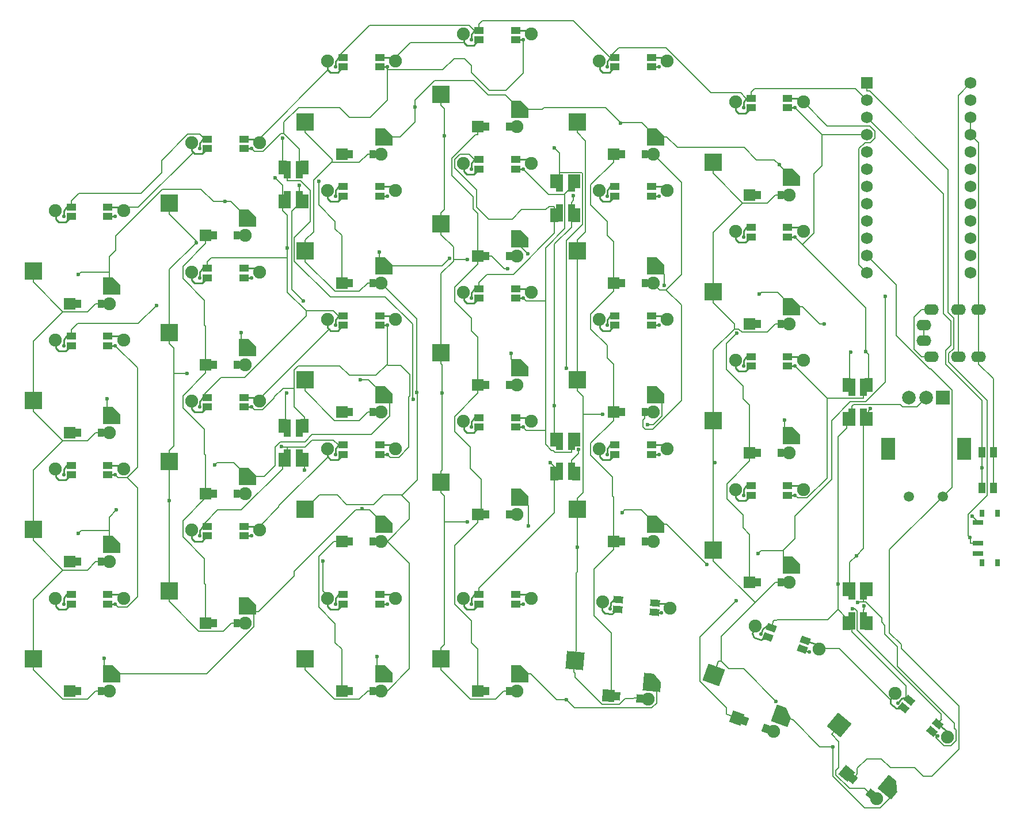
<source format=gbr>
%TF.GenerationSoftware,KiCad,Pcbnew,8.0.4*%
%TF.CreationDate,2024-08-10T13:55:05-06:00*%
%TF.ProjectId,staggered_col58,73746167-6765-4726-9564-5f636f6c3538,0.1*%
%TF.SameCoordinates,Original*%
%TF.FileFunction,Copper,L2,Bot*%
%TF.FilePolarity,Positive*%
%FSLAX46Y46*%
G04 Gerber Fmt 4.6, Leading zero omitted, Abs format (unit mm)*
G04 Created by KiCad (PCBNEW 8.0.4) date 2024-08-10 13:55:05*
%MOMM*%
%LPD*%
G01*
G04 APERTURE LIST*
G04 Aperture macros list*
%AMRotRect*
0 Rectangle, with rotation*
0 The origin of the aperture is its center*
0 $1 length*
0 $2 width*
0 $3 Rotation angle, in degrees counterclockwise*
0 Add horizontal line*
21,1,$1,$2,0,0,$3*%
%AMOutline5P*
0 Free polygon, 5 corners , with rotation*
0 The origin of the aperture is its center*
0 number of corners: always 5*
0 $1 to $10 corner X, Y*
0 $11 Rotation angle, in degrees counterclockwise*
0 create outline with 5 corners*
4,1,5,$1,$2,$3,$4,$5,$6,$7,$8,$9,$10,$1,$2,$11*%
%AMOutline6P*
0 Free polygon, 6 corners , with rotation*
0 The origin of the aperture is its center*
0 number of corners: always 6*
0 $1 to $12 corner X, Y*
0 $13 Rotation angle, in degrees counterclockwise*
0 create outline with 6 corners*
4,1,6,$1,$2,$3,$4,$5,$6,$7,$8,$9,$10,$11,$12,$1,$2,$13*%
%AMOutline7P*
0 Free polygon, 7 corners , with rotation*
0 The origin of the aperture is its center*
0 number of corners: always 7*
0 $1 to $14 corner X, Y*
0 $15 Rotation angle, in degrees counterclockwise*
0 create outline with 7 corners*
4,1,7,$1,$2,$3,$4,$5,$6,$7,$8,$9,$10,$11,$12,$13,$14,$1,$2,$15*%
%AMOutline8P*
0 Free polygon, 8 corners , with rotation*
0 The origin of the aperture is its center*
0 number of corners: always 8*
0 $1 to $16 corner X, Y*
0 $17 Rotation angle, in degrees counterclockwise*
0 create outline with 8 corners*
4,1,8,$1,$2,$3,$4,$5,$6,$7,$8,$9,$10,$11,$12,$13,$14,$15,$16,$1,$2,$17*%
G04 Aperture macros list end*
%TA.AperFunction,ComponentPad*%
%ADD10R,1.752600X1.752600*%
%TD*%
%TA.AperFunction,ComponentPad*%
%ADD11C,1.752600*%
%TD*%
%TA.AperFunction,ComponentPad*%
%ADD12C,1.900000*%
%TD*%
%TA.AperFunction,SMDPad,CuDef*%
%ADD13Outline5P,-1.300000X1.300000X1.300000X1.300000X1.300000X-1.300000X-0.117000X-1.300000X-1.300000X-0.117000X180.000000*%
%TD*%
%TA.AperFunction,SMDPad,CuDef*%
%ADD14R,2.600000X2.600000*%
%TD*%
%TA.AperFunction,SMDPad,CuDef*%
%ADD15Outline5P,-1.300000X1.300000X1.300000X1.300000X1.300000X-1.300000X-0.117000X-1.300000X-1.300000X-0.117000X175.000000*%
%TD*%
%TA.AperFunction,SMDPad,CuDef*%
%ADD16RotRect,2.600000X2.600000X175.000000*%
%TD*%
%TA.AperFunction,SMDPad,CuDef*%
%ADD17Outline5P,-1.300000X1.300000X1.300000X1.300000X1.300000X-1.300000X-0.117000X-1.300000X-1.300000X-0.117000X160.000000*%
%TD*%
%TA.AperFunction,SMDPad,CuDef*%
%ADD18RotRect,2.600000X2.600000X160.000000*%
%TD*%
%TA.AperFunction,SMDPad,CuDef*%
%ADD19Outline5P,-1.300000X1.300000X1.300000X1.300000X1.300000X-1.300000X-0.117000X-1.300000X-1.300000X-0.117000X140.000000*%
%TD*%
%TA.AperFunction,SMDPad,CuDef*%
%ADD20RotRect,2.600000X2.600000X140.000000*%
%TD*%
%TA.AperFunction,SMDPad,CuDef*%
%ADD21R,0.900000X1.200000*%
%TD*%
%TA.AperFunction,ComponentPad*%
%ADD22R,1.778000X1.778000*%
%TD*%
%TA.AperFunction,ComponentPad*%
%ADD23C,1.905000*%
%TD*%
%TA.AperFunction,SMDPad,CuDef*%
%ADD24RotRect,0.900000X1.200000X355.000000*%
%TD*%
%TA.AperFunction,ComponentPad*%
%ADD25RotRect,1.778000X1.778000X355.000000*%
%TD*%
%TA.AperFunction,SMDPad,CuDef*%
%ADD26RotRect,0.900000X1.200000X340.000000*%
%TD*%
%TA.AperFunction,ComponentPad*%
%ADD27RotRect,1.778000X1.778000X340.000000*%
%TD*%
%TA.AperFunction,SMDPad,CuDef*%
%ADD28RotRect,0.900000X1.200000X320.000000*%
%TD*%
%TA.AperFunction,ComponentPad*%
%ADD29RotRect,1.778000X1.778000X320.000000*%
%TD*%
%TA.AperFunction,SMDPad,CuDef*%
%ADD30R,1.400000X1.000000*%
%TD*%
%TA.AperFunction,SMDPad,CuDef*%
%ADD31RotRect,1.400000X1.000000X355.000000*%
%TD*%
%TA.AperFunction,SMDPad,CuDef*%
%ADD32RotRect,1.400000X1.000000X340.000000*%
%TD*%
%TA.AperFunction,SMDPad,CuDef*%
%ADD33RotRect,1.400000X1.000000X320.000000*%
%TD*%
%TA.AperFunction,ComponentPad*%
%ADD34O,2.200000X1.600000*%
%TD*%
%TA.AperFunction,SMDPad,CuDef*%
%ADD35R,1.000000X1.550000*%
%TD*%
%TA.AperFunction,SMDPad,CuDef*%
%ADD36R,0.800000X1.000000*%
%TD*%
%TA.AperFunction,SMDPad,CuDef*%
%ADD37R,1.500000X0.700000*%
%TD*%
%TA.AperFunction,ComponentPad*%
%ADD38R,2.000000X2.000000*%
%TD*%
%TA.AperFunction,ComponentPad*%
%ADD39C,2.000000*%
%TD*%
%TA.AperFunction,ComponentPad*%
%ADD40C,1.500000*%
%TD*%
%TA.AperFunction,ComponentPad*%
%ADD41R,2.000000X3.200000*%
%TD*%
%TA.AperFunction,SMDPad,CuDef*%
%ADD42R,1.000000X2.600000*%
%TD*%
%TA.AperFunction,SMDPad,CuDef*%
%ADD43R,1.200000X2.000000*%
%TD*%
%TA.AperFunction,ViaPad*%
%ADD44C,0.600000*%
%TD*%
%TA.AperFunction,ViaPad*%
%ADD45C,0.560000*%
%TD*%
%TA.AperFunction,Conductor*%
%ADD46C,0.200000*%
%TD*%
%TA.AperFunction,Conductor*%
%ADD47C,0.250000*%
%TD*%
G04 APERTURE END LIST*
D10*
%TO.P,MCU1,1*%
%TO.N,RAW*%
X154380000Y-39030000D03*
D11*
%TO.P,MCU1,2*%
%TO.N,GND*%
X154380000Y-41570000D03*
%TO.P,MCU1,3*%
%TO.N,RST*%
X154380000Y-44110000D03*
%TO.P,MCU1,4*%
%TO.N,VCC*%
X154380000Y-46650000D03*
%TO.P,MCU1,5*%
%TO.N,P21*%
X154380000Y-49190000D03*
%TO.P,MCU1,6*%
%TO.N,P20*%
X154380000Y-51730000D03*
%TO.P,MCU1,7*%
%TO.N,P19*%
X154380000Y-54270000D03*
%TO.P,MCU1,8*%
%TO.N,P18*%
X154380000Y-56810000D03*
%TO.P,MCU1,9*%
%TO.N,P15*%
X154380000Y-59350000D03*
%TO.P,MCU1,10*%
%TO.N,P14*%
X154380000Y-61890000D03*
%TO.P,MCU1,11*%
%TO.N,P16*%
X154380000Y-64430000D03*
%TO.P,MCU1,12*%
%TO.N,P10*%
X154380000Y-66970000D03*
%TO.P,MCU1,13*%
%TO.N,P1*%
X169620000Y-39030000D03*
%TO.P,MCU1,14*%
%TO.N,P0*%
X169620000Y-41570000D03*
%TO.P,MCU1,15*%
%TO.N,GND*%
X169620000Y-44110000D03*
%TO.P,MCU1,16*%
X169620000Y-46650000D03*
%TO.P,MCU1,17*%
%TO.N,P2*%
X169620000Y-49190000D03*
%TO.P,MCU1,18*%
%TO.N,P3*%
X169620000Y-51730000D03*
%TO.P,MCU1,19*%
%TO.N,P4*%
X169620000Y-54270000D03*
%TO.P,MCU1,20*%
%TO.N,P5*%
X169620000Y-56810000D03*
%TO.P,MCU1,21*%
%TO.N,P6*%
X169620000Y-59350000D03*
%TO.P,MCU1,22*%
%TO.N,P7*%
X169620000Y-61890000D03*
%TO.P,MCU1,23*%
%TO.N,P8*%
X169620000Y-64430000D03*
%TO.P,MCU1,24*%
%TO.N,P9*%
X169620000Y-66970000D03*
%TD*%
D12*
%TO.P,SW1,*%
%TO.N,P1010*%
X35000000Y-114850000D03*
%TO.N,P1011*%
X45000000Y-114850000D03*
D13*
%TO.P,SW1,1*%
%TO.N,P5*%
X43275000Y-125950000D03*
D14*
%TO.P,SW1,2*%
%TO.N,DP21*%
X31725000Y-123750000D03*
%TD*%
D12*
%TO.P,SW2,*%
%TO.N,P1020*%
X35000000Y-95850000D03*
%TO.N,P1021*%
X45000000Y-95850000D03*
D13*
%TO.P,SW2,1*%
%TO.N,P4*%
X43275000Y-106950000D03*
D14*
%TO.P,SW2,2*%
%TO.N,DP21*%
X31725000Y-104750000D03*
%TD*%
D12*
%TO.P,SW3,*%
%TO.N,P1030*%
X35000000Y-76850000D03*
%TO.N,P1031*%
X45000000Y-76850000D03*
D13*
%TO.P,SW3,1*%
%TO.N,P3*%
X43275000Y-87950000D03*
D14*
%TO.P,SW3,2*%
%TO.N,DP21*%
X31725000Y-85750000D03*
%TD*%
D12*
%TO.P,SW4,*%
%TO.N,P1040*%
X35000000Y-57850000D03*
%TO.N,P1041*%
X45000000Y-57850000D03*
D13*
%TO.P,SW4,1*%
%TO.N,P2*%
X43275000Y-68950000D03*
D14*
%TO.P,SW4,2*%
%TO.N,DP21*%
X31725000Y-66750000D03*
%TD*%
D12*
%TO.P,SW5,*%
%TO.N,P1011*%
X55000000Y-104850000D03*
%TO.N,P1012*%
X65000000Y-104850000D03*
D13*
%TO.P,SW5,1*%
%TO.N,P5*%
X63275000Y-115950000D03*
D14*
%TO.P,SW5,2*%
%TO.N,DP20*%
X51725000Y-113750000D03*
%TD*%
D12*
%TO.P,SW6,*%
%TO.N,P1021*%
X55000000Y-85850000D03*
%TO.N,P1022*%
X65000000Y-85850000D03*
D13*
%TO.P,SW6,1*%
%TO.N,P4*%
X63275000Y-96950000D03*
D14*
%TO.P,SW6,2*%
%TO.N,DP20*%
X51725000Y-94750000D03*
%TD*%
D12*
%TO.P,SW7,*%
%TO.N,P1031*%
X55000000Y-66850000D03*
%TO.N,P1032*%
X65000000Y-66850000D03*
D13*
%TO.P,SW7,1*%
%TO.N,P3*%
X63275000Y-77950000D03*
D14*
%TO.P,SW7,2*%
%TO.N,DP20*%
X51725000Y-75750000D03*
%TD*%
D12*
%TO.P,SW8,*%
%TO.N,P1041*%
X55000000Y-47850000D03*
%TO.N,P1042*%
X65000000Y-47850000D03*
D13*
%TO.P,SW8,1*%
%TO.N,P2*%
X63275000Y-58950000D03*
D14*
%TO.P,SW8,2*%
%TO.N,DP20*%
X51725000Y-56750000D03*
%TD*%
D12*
%TO.P,SW9,*%
%TO.N,P1012*%
X75000000Y-92850000D03*
%TO.N,P1013*%
X85000000Y-92850000D03*
D13*
%TO.P,SW9,1*%
%TO.N,P5*%
X83275000Y-103950000D03*
D14*
%TO.P,SW9,2*%
%TO.N,DP19*%
X71725000Y-101750000D03*
%TD*%
D12*
%TO.P,SW10,*%
%TO.N,P1022*%
X75000000Y-73850000D03*
%TO.N,P1023*%
X85000000Y-73850000D03*
D13*
%TO.P,SW10,1*%
%TO.N,P4*%
X83275000Y-84950000D03*
D14*
%TO.P,SW10,2*%
%TO.N,DP19*%
X71725000Y-82750000D03*
%TD*%
D12*
%TO.P,SW11,*%
%TO.N,P1032*%
X75000000Y-54850000D03*
%TO.N,P1033*%
X85000000Y-54850000D03*
D13*
%TO.P,SW11,1*%
%TO.N,P3*%
X83275000Y-65950000D03*
D14*
%TO.P,SW11,2*%
%TO.N,DP19*%
X71725000Y-63750000D03*
%TD*%
D12*
%TO.P,SW12,*%
%TO.N,P1042*%
X75000000Y-35850000D03*
%TO.N,P1043*%
X85000000Y-35850000D03*
D13*
%TO.P,SW12,1*%
%TO.N,P2*%
X83275000Y-46950000D03*
D14*
%TO.P,SW12,2*%
%TO.N,DP19*%
X71725000Y-44750000D03*
%TD*%
D12*
%TO.P,SW13,*%
%TO.N,P1013*%
X95000000Y-88850000D03*
%TO.N,P1014*%
X105000000Y-88850000D03*
D13*
%TO.P,SW13,1*%
%TO.N,P5*%
X103275000Y-99950000D03*
D14*
%TO.P,SW13,2*%
%TO.N,DP18*%
X91725000Y-97750000D03*
%TD*%
D12*
%TO.P,SW14,*%
%TO.N,P1023*%
X95000000Y-69850000D03*
%TO.N,P1024*%
X105000000Y-69850000D03*
D13*
%TO.P,SW14,1*%
%TO.N,P4*%
X103275000Y-80950000D03*
D14*
%TO.P,SW14,2*%
%TO.N,DP18*%
X91725000Y-78750000D03*
%TD*%
D12*
%TO.P,SW15,*%
%TO.N,P1033*%
X95000000Y-50850000D03*
%TO.N,P1034*%
X105000000Y-50850000D03*
D13*
%TO.P,SW15,1*%
%TO.N,P3*%
X103275000Y-61950000D03*
D14*
%TO.P,SW15,2*%
%TO.N,DP18*%
X91725000Y-59750000D03*
%TD*%
D12*
%TO.P,SW16,*%
%TO.N,P1043*%
X95000000Y-31850000D03*
%TO.N,P1044*%
X105000000Y-31850000D03*
D13*
%TO.P,SW16,1*%
%TO.N,P2*%
X103275000Y-42950000D03*
D14*
%TO.P,SW16,2*%
%TO.N,DP18*%
X91725000Y-40750000D03*
%TD*%
D12*
%TO.P,SW17,*%
%TO.N,P1014*%
X115000000Y-92850000D03*
%TO.N,P1015*%
X125000000Y-92850000D03*
D13*
%TO.P,SW17,1*%
%TO.N,P5*%
X123275000Y-103950000D03*
D14*
%TO.P,SW17,2*%
%TO.N,DP15*%
X111725000Y-101750000D03*
%TD*%
D12*
%TO.P,SW18,*%
%TO.N,P1024*%
X115000000Y-73850000D03*
%TO.N,P1025*%
X125000000Y-73850000D03*
D13*
%TO.P,SW18,1*%
%TO.N,P4*%
X123275000Y-84950000D03*
D14*
%TO.P,SW18,2*%
%TO.N,DP15*%
X111725000Y-82750000D03*
%TD*%
D12*
%TO.P,SW19,*%
%TO.N,P1034*%
X115000000Y-54850000D03*
%TO.N,P1035*%
X125000000Y-54850000D03*
D13*
%TO.P,SW19,1*%
%TO.N,P3*%
X123275000Y-65950000D03*
D14*
%TO.P,SW19,2*%
%TO.N,DP15*%
X111725000Y-63750000D03*
%TD*%
D12*
%TO.P,SW20,*%
%TO.N,P1044*%
X115000000Y-35850000D03*
%TO.N,P1045*%
X125000000Y-35850000D03*
D13*
%TO.P,SW20,1*%
%TO.N,P2*%
X123275000Y-46950000D03*
D14*
%TO.P,SW20,2*%
%TO.N,DP15*%
X111725000Y-44750000D03*
%TD*%
D12*
%TO.P,SW21,*%
%TO.N,P1015*%
X135000000Y-98850000D03*
%TO.N,P1020*%
X145000000Y-98850000D03*
D13*
%TO.P,SW21,1*%
%TO.N,P5*%
X143275000Y-109950000D03*
D14*
%TO.P,SW21,2*%
%TO.N,DP14*%
X131725000Y-107750000D03*
%TD*%
D12*
%TO.P,SW22,*%
%TO.N,P1025*%
X135000000Y-79850000D03*
%TO.N,P1030*%
X145000000Y-79850000D03*
D13*
%TO.P,SW22,1*%
%TO.N,P4*%
X143275000Y-90950000D03*
D14*
%TO.P,SW22,2*%
%TO.N,DP14*%
X131725000Y-88750000D03*
%TD*%
D12*
%TO.P,SW23,*%
%TO.N,P1035*%
X135000000Y-60850000D03*
%TO.N,P1040*%
X145000000Y-60850000D03*
D13*
%TO.P,SW23,1*%
%TO.N,P3*%
X143275000Y-71950000D03*
D14*
%TO.P,SW23,2*%
%TO.N,DP14*%
X131725000Y-69750000D03*
%TD*%
D12*
%TO.P,SW24,*%
%TO.N,P1045*%
X135000000Y-41850000D03*
%TO.N,P10*%
X145000000Y-41850000D03*
D13*
%TO.P,SW24,1*%
%TO.N,P2*%
X143275000Y-52950000D03*
D14*
%TO.P,SW24,2*%
%TO.N,DP14*%
X131725000Y-50750000D03*
%TD*%
D12*
%TO.P,SW25,*%
%TO.N,P1001*%
X75000000Y-114850000D03*
%TO.N,P1002*%
X85000000Y-114850000D03*
D13*
%TO.P,SW25,1*%
%TO.N,P6*%
X83275000Y-125950000D03*
D14*
%TO.P,SW25,2*%
%TO.N,DP19*%
X71725000Y-123750000D03*
%TD*%
D12*
%TO.P,SW26,*%
%TO.N,P1002*%
X95000000Y-114850000D03*
%TO.N,P1003*%
X105000000Y-114850000D03*
D13*
%TO.P,SW26,1*%
%TO.N,P6*%
X103275000Y-125950000D03*
D14*
%TO.P,SW26,2*%
%TO.N,DP18*%
X91725000Y-123750000D03*
%TD*%
D12*
%TO.P,SW27,*%
%TO.N,P1003*%
X115467879Y-115433819D03*
%TO.N,P1004*%
X125429826Y-116305376D03*
D15*
%TO.P,SW27,1*%
%TO.N,P6*%
X122743961Y-127212794D03*
D16*
%TO.P,SW27,2*%
%TO.N,DP15*%
X111429655Y-124014516D03*
%TD*%
D12*
%TO.P,SW28,*%
%TO.N,P1004*%
X137903341Y-118936982D03*
%TO.N,P1005*%
X147300267Y-122357184D03*
D17*
%TO.P,SW28,1*%
%TO.N,P6*%
X141882873Y-132197787D03*
D18*
%TO.P,SW28,2*%
%TO.N,DP14*%
X131781868Y-126180131D03*
%TD*%
D12*
%TO.P,SW29,*%
%TO.N,P1005*%
X158529434Y-128840333D03*
%TO.N,P1010*%
X166189878Y-135268209D03*
D19*
%TO.P,SW29,1*%
%TO.N,P6*%
X157733509Y-142662494D03*
D20*
%TO.P,SW29,2*%
%TO.N,DP16*%
X150299829Y-133552999D03*
%TD*%
D21*
%TO.P,D1,2*%
%TO.N,DP21*%
X41650000Y-128500000D03*
%TO.P,D1,1*%
%TO.N,P21*%
X38350000Y-128500000D03*
D22*
X37100000Y-128500000D03*
D23*
%TO.P,D1,2*%
%TO.N,DP21*%
X42900000Y-128500000D03*
%TD*%
D21*
%TO.P,D2,2*%
%TO.N,DP21*%
X41650000Y-109500000D03*
%TO.P,D2,1*%
%TO.N,P21*%
X38350000Y-109500000D03*
D22*
X37100000Y-109500000D03*
D23*
%TO.P,D2,2*%
%TO.N,DP21*%
X42900000Y-109500000D03*
%TD*%
D21*
%TO.P,D3,2*%
%TO.N,DP21*%
X41650000Y-90500000D03*
%TO.P,D3,1*%
%TO.N,P21*%
X38350000Y-90500000D03*
D22*
X37100000Y-90500000D03*
D23*
%TO.P,D3,2*%
%TO.N,DP21*%
X42900000Y-90500000D03*
%TD*%
D21*
%TO.P,D4,2*%
%TO.N,DP21*%
X41650000Y-71500000D03*
%TO.P,D4,1*%
%TO.N,P21*%
X38350000Y-71500000D03*
D22*
X37100000Y-71500000D03*
D23*
%TO.P,D4,2*%
%TO.N,DP21*%
X42900000Y-71500000D03*
%TD*%
D21*
%TO.P,D5,2*%
%TO.N,DP20*%
X61650000Y-118500000D03*
%TO.P,D5,1*%
%TO.N,P20*%
X58350000Y-118500000D03*
D22*
X57100000Y-118500000D03*
D23*
%TO.P,D5,2*%
%TO.N,DP20*%
X62900000Y-118500000D03*
%TD*%
D21*
%TO.P,D6,2*%
%TO.N,DP20*%
X61650000Y-99500000D03*
%TO.P,D6,1*%
%TO.N,P20*%
X58350000Y-99500000D03*
D22*
X57100000Y-99500000D03*
D23*
%TO.P,D6,2*%
%TO.N,DP20*%
X62900000Y-99500000D03*
%TD*%
D21*
%TO.P,D7,2*%
%TO.N,DP20*%
X61650000Y-80500000D03*
%TO.P,D7,1*%
%TO.N,P20*%
X58350000Y-80500000D03*
D22*
X57100000Y-80500000D03*
D23*
%TO.P,D7,2*%
%TO.N,DP20*%
X62900000Y-80500000D03*
%TD*%
D21*
%TO.P,D8,2*%
%TO.N,DP20*%
X61650000Y-61500000D03*
%TO.P,D8,1*%
%TO.N,P20*%
X58350000Y-61500000D03*
D22*
X57100000Y-61500000D03*
D23*
%TO.P,D8,2*%
%TO.N,DP20*%
X62900000Y-61500000D03*
%TD*%
D21*
%TO.P,D9,2*%
%TO.N,DP19*%
X81650000Y-106500000D03*
%TO.P,D9,1*%
%TO.N,P19*%
X78350000Y-106500000D03*
D22*
X77100000Y-106500000D03*
D23*
%TO.P,D9,2*%
%TO.N,DP19*%
X82900000Y-106500000D03*
%TD*%
D21*
%TO.P,D10,2*%
%TO.N,DP19*%
X81650000Y-87500000D03*
%TO.P,D10,1*%
%TO.N,P19*%
X78350000Y-87500000D03*
D22*
X77100000Y-87500000D03*
D23*
%TO.P,D10,2*%
%TO.N,DP19*%
X82900000Y-87500000D03*
%TD*%
D21*
%TO.P,D11,2*%
%TO.N,DP19*%
X81650000Y-68500000D03*
%TO.P,D11,1*%
%TO.N,P19*%
X78350000Y-68500000D03*
D22*
X77100000Y-68500000D03*
D23*
%TO.P,D11,2*%
%TO.N,DP19*%
X82900000Y-68500000D03*
%TD*%
D21*
%TO.P,D12,2*%
%TO.N,DP19*%
X81650000Y-49500000D03*
%TO.P,D12,1*%
%TO.N,P19*%
X78350000Y-49500000D03*
D22*
X77100000Y-49500000D03*
D23*
%TO.P,D12,2*%
%TO.N,DP19*%
X82900000Y-49500000D03*
%TD*%
D21*
%TO.P,D13,2*%
%TO.N,DP18*%
X101650000Y-102500000D03*
%TO.P,D13,1*%
%TO.N,P18*%
X98350000Y-102500000D03*
D22*
X97100000Y-102500000D03*
D23*
%TO.P,D13,2*%
%TO.N,DP18*%
X102900000Y-102500000D03*
%TD*%
D21*
%TO.P,D14,2*%
%TO.N,DP18*%
X101650000Y-83500000D03*
%TO.P,D14,1*%
%TO.N,P18*%
X98350000Y-83500000D03*
D22*
X97100000Y-83500000D03*
D23*
%TO.P,D14,2*%
%TO.N,DP18*%
X102900000Y-83500000D03*
%TD*%
D21*
%TO.P,D15,2*%
%TO.N,DP18*%
X101650000Y-64500000D03*
%TO.P,D15,1*%
%TO.N,P18*%
X98350000Y-64500000D03*
D22*
X97100000Y-64500000D03*
D23*
%TO.P,D15,2*%
%TO.N,DP18*%
X102900000Y-64500000D03*
%TD*%
D21*
%TO.P,D16,2*%
%TO.N,DP18*%
X101650000Y-45500000D03*
%TO.P,D16,1*%
%TO.N,P18*%
X98350000Y-45500000D03*
D22*
X97100000Y-45500000D03*
D23*
%TO.P,D16,2*%
%TO.N,DP18*%
X102900000Y-45500000D03*
%TD*%
D21*
%TO.P,D17,2*%
%TO.N,DP15*%
X121650000Y-106500000D03*
%TO.P,D17,1*%
%TO.N,P15*%
X118350000Y-106500000D03*
D22*
X117100000Y-106500000D03*
D23*
%TO.P,D17,2*%
%TO.N,DP15*%
X122900000Y-106500000D03*
%TD*%
D21*
%TO.P,D18,2*%
%TO.N,DP15*%
X121650000Y-87500000D03*
%TO.P,D18,1*%
%TO.N,P15*%
X118350000Y-87500000D03*
D22*
X117100000Y-87500000D03*
D23*
%TO.P,D18,2*%
%TO.N,DP15*%
X122900000Y-87500000D03*
%TD*%
D21*
%TO.P,D19,2*%
%TO.N,DP15*%
X121650000Y-68500000D03*
%TO.P,D19,1*%
%TO.N,P15*%
X118350000Y-68500000D03*
D22*
X117100000Y-68500000D03*
D23*
%TO.P,D19,2*%
%TO.N,DP15*%
X122900000Y-68500000D03*
%TD*%
D21*
%TO.P,D20,2*%
%TO.N,DP15*%
X121650000Y-49500000D03*
%TO.P,D20,1*%
%TO.N,P15*%
X118350000Y-49500000D03*
D22*
X117100000Y-49500000D03*
D23*
%TO.P,D20,2*%
%TO.N,DP15*%
X122900000Y-49500000D03*
%TD*%
D21*
%TO.P,D21,2*%
%TO.N,DP14*%
X141650000Y-112500000D03*
%TO.P,D21,1*%
%TO.N,P14*%
X138350000Y-112500000D03*
D22*
X137100000Y-112500000D03*
D23*
%TO.P,D21,2*%
%TO.N,DP14*%
X142900000Y-112500000D03*
%TD*%
D21*
%TO.P,D22,2*%
%TO.N,DP14*%
X141650000Y-93500000D03*
%TO.P,D22,1*%
%TO.N,P14*%
X138350000Y-93500000D03*
D22*
X137100000Y-93500000D03*
D23*
%TO.P,D22,2*%
%TO.N,DP14*%
X142900000Y-93500000D03*
%TD*%
D21*
%TO.P,D23,2*%
%TO.N,DP14*%
X141650000Y-74500000D03*
%TO.P,D23,1*%
%TO.N,P14*%
X138350000Y-74500000D03*
D22*
X137100000Y-74500000D03*
D23*
%TO.P,D23,2*%
%TO.N,DP14*%
X142900000Y-74500000D03*
%TD*%
D21*
%TO.P,D24,2*%
%TO.N,DP14*%
X141650000Y-55500000D03*
%TO.P,D24,1*%
%TO.N,P14*%
X138350000Y-55500000D03*
D22*
X137100000Y-55500000D03*
D23*
%TO.P,D24,2*%
%TO.N,DP14*%
X142900000Y-55500000D03*
%TD*%
D21*
%TO.P,D25,2*%
%TO.N,DP19*%
X81650000Y-128500000D03*
%TO.P,D25,1*%
%TO.N,P19*%
X78350000Y-128500000D03*
D22*
X77100000Y-128500000D03*
D23*
%TO.P,D25,2*%
%TO.N,DP19*%
X82900000Y-128500000D03*
%TD*%
D21*
%TO.P,D26,2*%
%TO.N,DP18*%
X101650000Y-128500000D03*
%TO.P,D26,1*%
%TO.N,P18*%
X98350000Y-128500000D03*
D22*
X97100000Y-128500000D03*
D23*
%TO.P,D26,2*%
%TO.N,DP18*%
X102900000Y-128500000D03*
%TD*%
D24*
%TO.P,D27,2*%
%TO.N,DP15*%
X120902921Y-129611507D03*
%TO.P,D27,1*%
%TO.N,P15*%
X117615479Y-129323893D03*
D25*
X116370235Y-129214948D03*
D23*
%TO.P,D27,2*%
%TO.N,DP15*%
X122148165Y-129720452D03*
%TD*%
D26*
%TO.P,D28,2*%
%TO.N,DP14*%
X139483693Y-134038233D03*
%TO.P,D28,1*%
%TO.N,P14*%
X136382707Y-132909567D03*
D27*
X135208091Y-132482042D03*
D23*
%TO.P,D28,2*%
%TO.N,DP14*%
X140658309Y-134465758D03*
%TD*%
D28*
%TO.P,D29,2*%
%TO.N,DP16*%
X154849573Y-143571400D03*
%TO.P,D29,1*%
%TO.N,P16*%
X152321627Y-141450200D03*
D29*
X151364071Y-140646716D03*
D23*
%TO.P,D29,2*%
%TO.N,DP16*%
X155807129Y-144374884D03*
%TD*%
D30*
%TO.P,L1,2*%
%TO.N,P1011*%
X42700000Y-114300000D03*
%TO.P,L1,1*%
%TO.N,VCC*%
X42700000Y-115700000D03*
%TO.P,L1,3*%
%TO.N,GND*%
X37300000Y-114300000D03*
%TO.P,L1,4*%
%TO.N,P1010*%
X37300000Y-115700000D03*
%TD*%
%TO.P,L2,2*%
%TO.N,P1021*%
X42700000Y-95300000D03*
%TO.P,L2,1*%
%TO.N,VCC*%
X42700000Y-96700000D03*
%TO.P,L2,3*%
%TO.N,GND*%
X37300000Y-95300000D03*
%TO.P,L2,4*%
%TO.N,P1020*%
X37300000Y-96700000D03*
%TD*%
%TO.P,L3,2*%
%TO.N,P1031*%
X42700000Y-76300000D03*
%TO.P,L3,1*%
%TO.N,VCC*%
X42700000Y-77700000D03*
%TO.P,L3,3*%
%TO.N,GND*%
X37300000Y-76300000D03*
%TO.P,L3,4*%
%TO.N,P1030*%
X37300000Y-77700000D03*
%TD*%
%TO.P,L4,2*%
%TO.N,P1041*%
X42700000Y-57300000D03*
%TO.P,L4,1*%
%TO.N,VCC*%
X42700000Y-58700000D03*
%TO.P,L4,3*%
%TO.N,GND*%
X37300000Y-57300000D03*
%TO.P,L4,4*%
%TO.N,P1040*%
X37300000Y-58700000D03*
%TD*%
%TO.P,L5,2*%
%TO.N,P1012*%
X62700000Y-104300000D03*
%TO.P,L5,1*%
%TO.N,VCC*%
X62700000Y-105700000D03*
%TO.P,L5,3*%
%TO.N,GND*%
X57300000Y-104300000D03*
%TO.P,L5,4*%
%TO.N,P1011*%
X57300000Y-105700000D03*
%TD*%
%TO.P,L6,2*%
%TO.N,P1022*%
X62700000Y-85300000D03*
%TO.P,L6,1*%
%TO.N,VCC*%
X62700000Y-86700000D03*
%TO.P,L6,3*%
%TO.N,GND*%
X57300000Y-85300000D03*
%TO.P,L6,4*%
%TO.N,P1021*%
X57300000Y-86700000D03*
%TD*%
%TO.P,L7,2*%
%TO.N,P1032*%
X62700000Y-66300000D03*
%TO.P,L7,1*%
%TO.N,VCC*%
X62700000Y-67700000D03*
%TO.P,L7,3*%
%TO.N,GND*%
X57300000Y-66300000D03*
%TO.P,L7,4*%
%TO.N,P1031*%
X57300000Y-67700000D03*
%TD*%
%TO.P,L8,2*%
%TO.N,P1042*%
X62700000Y-47300000D03*
%TO.P,L8,1*%
%TO.N,VCC*%
X62700000Y-48700000D03*
%TO.P,L8,3*%
%TO.N,GND*%
X57300000Y-47300000D03*
%TO.P,L8,4*%
%TO.N,P1041*%
X57300000Y-48700000D03*
%TD*%
%TO.P,L9,2*%
%TO.N,P1013*%
X82700000Y-92300000D03*
%TO.P,L9,1*%
%TO.N,VCC*%
X82700000Y-93700000D03*
%TO.P,L9,3*%
%TO.N,GND*%
X77300000Y-92300000D03*
%TO.P,L9,4*%
%TO.N,P1012*%
X77300000Y-93700000D03*
%TD*%
%TO.P,L10,2*%
%TO.N,P1023*%
X82700000Y-73300000D03*
%TO.P,L10,1*%
%TO.N,VCC*%
X82700000Y-74700000D03*
%TO.P,L10,3*%
%TO.N,GND*%
X77300000Y-73300000D03*
%TO.P,L10,4*%
%TO.N,P1022*%
X77300000Y-74700000D03*
%TD*%
%TO.P,L11,2*%
%TO.N,P1033*%
X82700000Y-54300000D03*
%TO.P,L11,1*%
%TO.N,VCC*%
X82700000Y-55700000D03*
%TO.P,L11,3*%
%TO.N,GND*%
X77300000Y-54300000D03*
%TO.P,L11,4*%
%TO.N,P1032*%
X77300000Y-55700000D03*
%TD*%
%TO.P,L12,2*%
%TO.N,P1043*%
X82700000Y-35300000D03*
%TO.P,L12,1*%
%TO.N,VCC*%
X82700000Y-36700000D03*
%TO.P,L12,3*%
%TO.N,GND*%
X77300000Y-35300000D03*
%TO.P,L12,4*%
%TO.N,P1042*%
X77300000Y-36700000D03*
%TD*%
%TO.P,L13,2*%
%TO.N,P1014*%
X102700000Y-88300000D03*
%TO.P,L13,1*%
%TO.N,VCC*%
X102700000Y-89700000D03*
%TO.P,L13,3*%
%TO.N,GND*%
X97300000Y-88300000D03*
%TO.P,L13,4*%
%TO.N,P1013*%
X97300000Y-89700000D03*
%TD*%
%TO.P,L14,2*%
%TO.N,P1024*%
X102700000Y-69300000D03*
%TO.P,L14,1*%
%TO.N,VCC*%
X102700000Y-70700000D03*
%TO.P,L14,3*%
%TO.N,GND*%
X97300000Y-69300000D03*
%TO.P,L14,4*%
%TO.N,P1023*%
X97300000Y-70700000D03*
%TD*%
%TO.P,L15,2*%
%TO.N,P1034*%
X102700000Y-50300000D03*
%TO.P,L15,1*%
%TO.N,VCC*%
X102700000Y-51700000D03*
%TO.P,L15,3*%
%TO.N,GND*%
X97300000Y-50300000D03*
%TO.P,L15,4*%
%TO.N,P1033*%
X97300000Y-51700000D03*
%TD*%
%TO.P,L16,2*%
%TO.N,P1044*%
X102700000Y-31300000D03*
%TO.P,L16,1*%
%TO.N,VCC*%
X102700000Y-32700000D03*
%TO.P,L16,3*%
%TO.N,GND*%
X97300000Y-31300000D03*
%TO.P,L16,4*%
%TO.N,P1043*%
X97300000Y-32700000D03*
%TD*%
%TO.P,L17,2*%
%TO.N,P1015*%
X122700000Y-92300000D03*
%TO.P,L17,1*%
%TO.N,VCC*%
X122700000Y-93700000D03*
%TO.P,L17,3*%
%TO.N,GND*%
X117300000Y-92300000D03*
%TO.P,L17,4*%
%TO.N,P1014*%
X117300000Y-93700000D03*
%TD*%
%TO.P,L18,2*%
%TO.N,P1025*%
X122700000Y-73300000D03*
%TO.P,L18,1*%
%TO.N,VCC*%
X122700000Y-74700000D03*
%TO.P,L18,3*%
%TO.N,GND*%
X117300000Y-73300000D03*
%TO.P,L18,4*%
%TO.N,P1024*%
X117300000Y-74700000D03*
%TD*%
%TO.P,L19,2*%
%TO.N,P1035*%
X122700000Y-54300000D03*
%TO.P,L19,1*%
%TO.N,VCC*%
X122700000Y-55700000D03*
%TO.P,L19,3*%
%TO.N,GND*%
X117300000Y-54300000D03*
%TO.P,L19,4*%
%TO.N,P1034*%
X117300000Y-55700000D03*
%TD*%
%TO.P,L20,2*%
%TO.N,P1045*%
X122700000Y-35300000D03*
%TO.P,L20,1*%
%TO.N,VCC*%
X122700000Y-36700000D03*
%TO.P,L20,3*%
%TO.N,GND*%
X117300000Y-35300000D03*
%TO.P,L20,4*%
%TO.N,P1044*%
X117300000Y-36700000D03*
%TD*%
%TO.P,L21,2*%
%TO.N,P1020*%
X142700000Y-98300000D03*
%TO.P,L21,1*%
%TO.N,VCC*%
X142700000Y-99700000D03*
%TO.P,L21,3*%
%TO.N,GND*%
X137300000Y-98300000D03*
%TO.P,L21,4*%
%TO.N,P1015*%
X137300000Y-99700000D03*
%TD*%
%TO.P,L22,2*%
%TO.N,P1030*%
X142700000Y-79300000D03*
%TO.P,L22,1*%
%TO.N,VCC*%
X142700000Y-80700000D03*
%TO.P,L22,3*%
%TO.N,GND*%
X137300000Y-79300000D03*
%TO.P,L22,4*%
%TO.N,P1025*%
X137300000Y-80700000D03*
%TD*%
%TO.P,L23,2*%
%TO.N,P1040*%
X142700000Y-60300000D03*
%TO.P,L23,1*%
%TO.N,VCC*%
X142700000Y-61700000D03*
%TO.P,L23,3*%
%TO.N,GND*%
X137300000Y-60300000D03*
%TO.P,L23,4*%
%TO.N,P1035*%
X137300000Y-61700000D03*
%TD*%
%TO.P,L24,2*%
%TO.N,P10*%
X142700000Y-41300000D03*
%TO.P,L24,1*%
%TO.N,VCC*%
X142700000Y-42700000D03*
%TO.P,L24,3*%
%TO.N,GND*%
X137300000Y-41300000D03*
%TO.P,L24,4*%
%TO.N,P1045*%
X137300000Y-42700000D03*
%TD*%
%TO.P,L25,2*%
%TO.N,P1002*%
X82700000Y-114300000D03*
%TO.P,L25,1*%
%TO.N,VCC*%
X82700000Y-115700000D03*
%TO.P,L25,3*%
%TO.N,GND*%
X77300000Y-114300000D03*
%TO.P,L25,4*%
%TO.N,P1001*%
X77300000Y-115700000D03*
%TD*%
%TO.P,L26,2*%
%TO.N,P1003*%
X102700000Y-114300000D03*
%TO.P,L26,1*%
%TO.N,VCC*%
X102700000Y-115700000D03*
%TO.P,L26,3*%
%TO.N,GND*%
X97300000Y-114300000D03*
%TO.P,L26,4*%
%TO.N,P1002*%
X97300000Y-115700000D03*
%TD*%
D31*
%TO.P,L27,2*%
%TO.N,P1004*%
X123186535Y-115556984D03*
%TO.P,L27,1*%
%TO.N,VCC*%
X123064517Y-116951657D03*
%TO.P,L27,3*%
%TO.N,GND*%
X117807083Y-115086343D03*
%TO.P,L27,4*%
%TO.N,P1003*%
X117685065Y-116481016D03*
%TD*%
D32*
%TO.P,L28,2*%
%TO.N,P1005*%
X145327084Y-121053670D03*
%TO.P,L28,1*%
%TO.N,VCC*%
X144848256Y-122369239D03*
%TO.P,L28,3*%
%TO.N,GND*%
X140252744Y-119206761D03*
%TO.P,L28,4*%
%TO.N,P1004*%
X139773916Y-120522330D03*
%TD*%
D33*
%TO.P,L29,2*%
%TO.N,P1010*%
X164781571Y-133368495D03*
%TO.P,L29,1*%
%TO.N,VCC*%
X163881669Y-134440958D03*
%TO.P,L29,3*%
%TO.N,GND*%
X160644931Y-129897442D03*
%TO.P,L29,4*%
%TO.N,P1005*%
X159745029Y-130969905D03*
%TD*%
D34*
%TO.P,TRRS1,1*%
%TO.N,VCC*%
X162700000Y-74700000D03*
%TO.P,TRRS1,2*%
%TO.N,P0*%
X163800000Y-79300000D03*
%TO.P,TRRS1,3*%
%TO.N,P1*%
X167800000Y-79300000D03*
%TO.P,TRRS1,4*%
%TO.N,GND*%
X170800000Y-79300000D03*
%TO.P,TRRS1,1*%
%TO.N,VCC*%
X162700000Y-77000000D03*
%TO.P,TRRS1,2*%
%TO.N,P0*%
X163800000Y-72400000D03*
%TO.P,TRRS1,3*%
%TO.N,P1*%
X167800000Y-72400000D03*
%TO.P,TRRS1,4*%
%TO.N,GND*%
X170800000Y-72400000D03*
%TD*%
D35*
%TO.P,RST1,1*%
%TO.N,GND*%
X172950000Y-93375000D03*
%TO.P,RST1,2*%
%TO.N,RST*%
X171250000Y-93375000D03*
%TO.P,RST1,3*%
%TO.N,GND*%
X172950000Y-98625000D03*
%TO.P,RST1,4*%
%TO.N,RST*%
X171250000Y-98625000D03*
%TD*%
D36*
%TO.P,PWR1,*%
%TO.N,*%
X171315000Y-102350000D03*
X173525000Y-102350000D03*
X171315000Y-109650000D03*
X173525000Y-109650000D03*
D37*
%TO.P,PWR1,1*%
%TO.N,BAT_P*%
X170665000Y-103750000D03*
%TO.P,PWR1,2*%
%TO.N,RAW*%
X170665000Y-106750000D03*
%TO.P,PWR1,3*%
%TO.N,N/C*%
X170665000Y-108250000D03*
%TD*%
D38*
%TO.P,Rotary1,A*%
%TO.N,P7*%
X165540000Y-85380000D03*
D39*
%TO.P,Rotary1,C*%
%TO.N,GND*%
X163040000Y-85380000D03*
%TO.P,Rotary1,B*%
%TO.N,P8*%
X160540000Y-85380000D03*
D40*
%TO.P,Rotary1,1*%
%TO.N,P16*%
X165540000Y-99880000D03*
%TO.P,Rotary1,2*%
%TO.N,P4*%
X160540000Y-99880000D03*
D41*
%TO.P,Rotary1,*%
%TO.N,*%
X168640000Y-92880000D03*
X157440000Y-92880000D03*
%TD*%
D42*
%TO.P,UB_1,1*%
%TO.N,VCC*%
X70875000Y-89800000D03*
%TO.P,UB_1,2*%
%TO.N,P10u01*%
X69125000Y-89800000D03*
%TO.P,UB_1,3*%
%TO.N,GND*%
X69125000Y-94200000D03*
%TO.P,UB_1,4*%
%TO.N,P1001*%
X70875000Y-94200000D03*
D43*
%TO.P,UB_1,11*%
%TO.N,VCC*%
X71600000Y-89500000D03*
%TO.P,UB_1,22*%
%TO.N,P10u01*%
X68400000Y-89500000D03*
%TO.P,UB_1,33*%
%TO.N,GND*%
X68400000Y-94500000D03*
%TO.P,UB_1,44*%
%TO.N,P1001*%
X71600000Y-94500000D03*
%TD*%
D42*
%TO.P,UB_2,1*%
%TO.N,VCC*%
X70875000Y-51800000D03*
%TO.P,UB_2,2*%
%TO.N,P10u02*%
X69125000Y-51800000D03*
%TO.P,UB_2,3*%
%TO.N,GND*%
X69125000Y-56200000D03*
%TO.P,UB_2,4*%
%TO.N,P10u01*%
X70875000Y-56200000D03*
D43*
%TO.P,UB_2,11*%
%TO.N,VCC*%
X71600000Y-51500000D03*
%TO.P,UB_2,22*%
%TO.N,P10u02*%
X68400000Y-51500000D03*
%TO.P,UB_2,33*%
%TO.N,GND*%
X68400000Y-56500000D03*
%TO.P,UB_2,44*%
%TO.N,P10u01*%
X71600000Y-56500000D03*
%TD*%
D42*
%TO.P,UB_3,1*%
%TO.N,VCC*%
X110875000Y-91800000D03*
%TO.P,UB_3,2*%
%TO.N,P10u03*%
X109125000Y-91800000D03*
%TO.P,UB_3,3*%
%TO.N,GND*%
X109125000Y-96200000D03*
%TO.P,UB_3,4*%
%TO.N,P10u02*%
X110875000Y-96200000D03*
D43*
%TO.P,UB_3,11*%
%TO.N,VCC*%
X111600000Y-91500000D03*
%TO.P,UB_3,22*%
%TO.N,P10u03*%
X108400000Y-91500000D03*
%TO.P,UB_3,33*%
%TO.N,GND*%
X108400000Y-96500000D03*
%TO.P,UB_3,44*%
%TO.N,P10u02*%
X111600000Y-96500000D03*
%TD*%
D42*
%TO.P,UB_4,1*%
%TO.N,VCC*%
X110875000Y-53800000D03*
%TO.P,UB_4,2*%
%TO.N,P10u04*%
X109125000Y-53800000D03*
%TO.P,UB_4,3*%
%TO.N,GND*%
X109125000Y-58200000D03*
%TO.P,UB_4,4*%
%TO.N,P10u03*%
X110875000Y-58200000D03*
D43*
%TO.P,UB_4,11*%
%TO.N,VCC*%
X111600000Y-53500000D03*
%TO.P,UB_4,22*%
%TO.N,P10u04*%
X108400000Y-53500000D03*
%TO.P,UB_4,33*%
%TO.N,GND*%
X108400000Y-58500000D03*
%TO.P,UB_4,44*%
%TO.N,P10u03*%
X111600000Y-58500000D03*
%TD*%
D42*
%TO.P,UB_5,1*%
%TO.N,VCC*%
X153875000Y-113800000D03*
%TO.P,UB_5,2*%
%TO.N,P10u05*%
X152125000Y-113800000D03*
%TO.P,UB_5,3*%
%TO.N,GND*%
X152125000Y-118200000D03*
%TO.P,UB_5,4*%
%TO.N,P10u04*%
X153875000Y-118200000D03*
D43*
%TO.P,UB_5,11*%
%TO.N,VCC*%
X154600000Y-113500000D03*
%TO.P,UB_5,22*%
%TO.N,P10u05*%
X151400000Y-113500000D03*
%TO.P,UB_5,33*%
%TO.N,GND*%
X151400000Y-118500000D03*
%TO.P,UB_5,44*%
%TO.N,P10u04*%
X154600000Y-118500000D03*
%TD*%
D42*
%TO.P,UB_6,1*%
%TO.N,VCC*%
X153875000Y-83800000D03*
%TO.P,UB_6,2*%
%TO.N,P10u06*%
X152125000Y-83800000D03*
%TO.P,UB_6,3*%
%TO.N,GND*%
X152125000Y-88200000D03*
%TO.P,UB_6,4*%
%TO.N,P10u05*%
X153875000Y-88200000D03*
D43*
%TO.P,UB_6,11*%
%TO.N,VCC*%
X154600000Y-83500000D03*
%TO.P,UB_6,22*%
%TO.N,P10u06*%
X151400000Y-83500000D03*
%TO.P,UB_6,33*%
%TO.N,GND*%
X151400000Y-88500000D03*
%TO.P,UB_6,44*%
%TO.N,P10u05*%
X154600000Y-88500000D03*
%TD*%
D44*
%TO.N,P10u06*%
X151940300Y-78639700D03*
%TO.N,P10u05*%
X152820300Y-108602700D03*
X154876800Y-86967200D03*
%TO.N,P10u04*%
X153945700Y-116004900D03*
X108365400Y-48563900D03*
X110124900Y-80989600D03*
%TO.N,P10u03*%
X111175000Y-55616700D03*
X108329600Y-86523800D03*
%TO.N,P10u02*%
X111940600Y-93003800D03*
X68400000Y-47116000D03*
X87587000Y-85577600D03*
%TO.N,P10u01*%
X70875000Y-54118500D03*
X71426400Y-71115100D03*
X68959300Y-84688300D03*
%TO.N,BAT_P*%
X169858400Y-102784800D03*
%TO.N,P1001*%
X74320700Y-109352400D03*
X71600000Y-96014700D03*
%TO.N,DP14*%
X131994100Y-94948400D03*
X140993200Y-130023100D03*
%TO.N,DP15*%
X111725000Y-107343300D03*
X115467000Y-87810500D03*
%TO.N,DP18*%
X95609200Y-103589900D03*
X91900100Y-84704700D03*
X92184300Y-46790700D03*
X95593700Y-65049100D03*
%TO.N,DP19*%
X88109200Y-84561400D03*
%TO.N,DP20*%
X54343300Y-81767600D03*
X51725000Y-100471800D03*
X55669200Y-62529700D03*
%TO.N,P1010*%
X152200000Y-116380500D03*
%TO.N,P6*%
X82285000Y-123437500D03*
X110140100Y-129797600D03*
X149381300Y-136749500D03*
%TO.N,P5*%
X42200900Y-123699600D03*
X104594500Y-104219700D03*
X130787500Y-109862400D03*
X80070600Y-101699100D03*
X138373200Y-108261200D03*
X157060800Y-70406700D03*
X118346900Y-102236000D03*
%TO.N,P4*%
X142226800Y-88613500D03*
X58377100Y-95255500D03*
X38379200Y-105285000D03*
X102004000Y-78846600D03*
X122072500Y-89329700D03*
X79852300Y-82685600D03*
X43969600Y-101874100D03*
%TO.N,P3*%
X62301800Y-75759100D03*
X148058300Y-74501300D03*
X138550900Y-70143500D03*
X104461300Y-64187800D03*
X42544500Y-85498900D03*
X92950800Y-64820200D03*
X82593700Y-63880300D03*
X124584100Y-68848100D03*
%TO.N,P2*%
X141452500Y-51072400D03*
X59959700Y-56475000D03*
X38355400Y-67247100D03*
X87891100Y-42602200D03*
X118069400Y-44934300D03*
%TO.N,P14*%
X135242800Y-75824800D03*
X135126300Y-115219700D03*
%TO.N,P18*%
X101471300Y-66382300D03*
%TO.N,P19*%
X73708900Y-53512100D03*
D45*
%TO.N,VCC*%
X43800000Y-115700000D03*
X43800000Y-96700000D03*
X43800000Y-77700000D03*
X43800000Y-58700000D03*
X63800000Y-105700000D03*
X63800000Y-86700000D03*
X63800000Y-67700000D03*
X63800000Y-48700000D03*
X83800000Y-93700000D03*
X83800000Y-74700000D03*
X83800000Y-55700000D03*
X83800000Y-36700000D03*
X103800000Y-89700000D03*
X103800000Y-70700000D03*
X103800000Y-51700000D03*
X103800000Y-32700000D03*
X123800000Y-93700000D03*
X123800000Y-74700000D03*
X123800000Y-55700000D03*
X123800000Y-36700000D03*
X143800000Y-99700000D03*
X143800000Y-80700000D03*
X143800000Y-61700000D03*
X143800000Y-42700000D03*
X83800000Y-115700000D03*
X103800000Y-115700000D03*
X124160000Y-117048000D03*
X145882000Y-122746000D03*
X164724000Y-135148000D03*
D44*
X154192300Y-78608300D03*
X153000000Y-115451700D03*
%TO.N,RST*%
X171250000Y-95688900D03*
D45*
%TO.N,GND*%
X36200000Y-115700000D03*
X36200000Y-96700000D03*
X36200000Y-77700000D03*
X36200000Y-58700000D03*
X56200000Y-105700000D03*
X56200000Y-86700000D03*
X56200000Y-67700000D03*
X56200000Y-48700000D03*
X76200000Y-93700000D03*
X76200000Y-74700000D03*
X76200000Y-55700000D03*
X76200000Y-36700000D03*
X96200000Y-89700000D03*
X96200000Y-70700000D03*
X96200000Y-51700000D03*
X96200000Y-32700000D03*
X116200000Y-93700000D03*
X116200000Y-74700000D03*
X116200000Y-55700000D03*
X116200000Y-36700000D03*
X136200000Y-99700000D03*
X136200000Y-80700000D03*
X136200000Y-61700000D03*
X136200000Y-42700000D03*
X76200000Y-115700000D03*
X96200000Y-115700000D03*
X116589000Y-116385000D03*
X138740000Y-120146000D03*
X158902000Y-130263000D03*
D44*
X69111800Y-63353700D03*
X49863700Y-71753400D03*
X68240800Y-92566600D03*
X150075800Y-112800100D03*
X67284100Y-53014300D03*
X107799000Y-94930100D03*
%TO.N,RAW*%
X169488400Y-105907400D03*
%TD*%
D46*
%TO.N,P10u06*%
X151825000Y-78755000D02*
X151825000Y-83500000D01*
X151940300Y-78639700D02*
X151825000Y-78755000D01*
X151400000Y-83500000D02*
X151825000Y-83500000D01*
X151825000Y-83500000D02*
X152125000Y-83800000D01*
%TO.N,P10u05*%
X154300000Y-88200000D02*
X154600000Y-88500000D01*
X153875000Y-88200000D02*
X154300000Y-88200000D01*
X151400000Y-113500000D02*
X151825000Y-113500000D01*
X151825000Y-113500000D02*
X152125000Y-113800000D01*
X151825000Y-109598000D02*
X151825000Y-113500000D01*
X152820300Y-108602700D02*
X151825000Y-109598000D01*
X153875000Y-107548000D02*
X152820300Y-108602700D01*
X153875000Y-88200000D02*
X153875000Y-107548000D01*
X154644100Y-87199900D02*
X154600000Y-87199900D01*
X154876800Y-86967200D02*
X154644100Y-87199900D01*
X154600000Y-88500000D02*
X154600000Y-87199900D01*
%TO.N,P10u04*%
X108825000Y-53500000D02*
X109125000Y-53800000D01*
X108400000Y-53500000D02*
X108825000Y-53500000D01*
X154300000Y-118200000D02*
X154600000Y-118500000D01*
X153875000Y-118200000D02*
X154300000Y-118200000D01*
X109125000Y-53800000D02*
X109125000Y-52199900D01*
X153945700Y-116529200D02*
X153875000Y-116599900D01*
X153945700Y-116004900D02*
X153945700Y-116529200D01*
X153875000Y-118200000D02*
X153875000Y-116599900D01*
X109125000Y-49323500D02*
X108365400Y-48563900D01*
X109125000Y-52199900D02*
X109125000Y-49323500D01*
X110124900Y-62268600D02*
X110124900Y-80989600D01*
X112500200Y-59893300D02*
X110124900Y-62268600D01*
X112500200Y-52321700D02*
X112500200Y-59893300D01*
X112378400Y-52199900D02*
X112500200Y-52321700D01*
X109125000Y-52199900D02*
X112378400Y-52199900D01*
%TO.N,P10u03*%
X110875000Y-58200000D02*
X110875000Y-56599900D01*
X111175000Y-56299900D02*
X111175000Y-55616700D01*
X110875000Y-56599900D02*
X111175000Y-56299900D01*
X111600000Y-58500000D02*
X110875000Y-58500000D01*
X110875000Y-58500000D02*
X110875000Y-58200000D01*
X108825000Y-91500000D02*
X109125000Y-91800000D01*
X108400000Y-91500000D02*
X108825000Y-91500000D01*
X108400000Y-86523800D02*
X108329600Y-86523800D01*
X108400000Y-62722100D02*
X108400000Y-86523800D01*
X110875000Y-60247100D02*
X108400000Y-62722100D01*
X110875000Y-58500000D02*
X110875000Y-60247100D01*
X108400000Y-86523800D02*
X108400000Y-91500000D01*
%TO.N,P10u02*%
X111175000Y-96500000D02*
X110875000Y-96200000D01*
X111600000Y-96500000D02*
X111175000Y-96500000D01*
X111940600Y-93534300D02*
X111940600Y-93003800D01*
X110875000Y-94599900D02*
X111940600Y-93534300D01*
X110875000Y-96200000D02*
X110875000Y-94599900D01*
X68400000Y-51500000D02*
X68400000Y-50849900D01*
X69125000Y-51574900D02*
X69125000Y-51800000D01*
X68400000Y-50849900D02*
X69125000Y-51574900D01*
X68400000Y-47116000D02*
X68400000Y-50849900D01*
X71042100Y-53400100D02*
X69125000Y-53400100D01*
X72500200Y-54858200D02*
X71042100Y-53400100D01*
X72500200Y-59446000D02*
X72500200Y-54858200D01*
X70124800Y-61821400D02*
X72500200Y-59446000D01*
X70124800Y-65233400D02*
X70124800Y-61821400D01*
X75406300Y-70514900D02*
X70124800Y-65233400D01*
X83490300Y-70514900D02*
X75406300Y-70514900D01*
X87508900Y-74533500D02*
X83490300Y-70514900D01*
X87508900Y-85499500D02*
X87508900Y-74533500D01*
X87587000Y-85577600D02*
X87508900Y-85499500D01*
X69125000Y-51800000D02*
X69125000Y-53400100D01*
%TO.N,P10u01*%
X70875000Y-56200000D02*
X70875000Y-54599900D01*
X70875000Y-54599900D02*
X70875000Y-54118500D01*
X71600000Y-56500000D02*
X71175000Y-56500000D01*
X71175000Y-56500000D02*
X70875000Y-56200000D01*
X69724600Y-57950400D02*
X71175000Y-56500000D01*
X69724600Y-69413300D02*
X69724600Y-57950400D01*
X71426400Y-71115100D02*
X69724600Y-69413300D01*
X68825000Y-84822600D02*
X68959300Y-84688300D01*
X68825000Y-89500000D02*
X68825000Y-84822600D01*
X68400000Y-89500000D02*
X68825000Y-89500000D01*
X68825000Y-89500000D02*
X69125000Y-89800000D01*
%TO.N,BAT_P*%
X170665000Y-103591400D02*
X169858400Y-102784800D01*
X170665000Y-103750000D02*
X170665000Y-103591400D01*
%TO.N,DP16*%
X155755300Y-144374900D02*
X155484600Y-144104200D01*
X155807100Y-144374900D02*
X155755300Y-144374900D01*
X154849600Y-143571400D02*
X155484600Y-144104200D01*
X154046800Y-142870800D02*
X154214600Y-143038600D01*
X151799000Y-142870800D02*
X154046800Y-142870800D01*
X149788200Y-140860000D02*
X151799000Y-142870800D01*
X149788200Y-140246200D02*
X149788200Y-140860000D01*
X150235800Y-139798600D02*
X149788200Y-140246200D01*
X150235800Y-135940600D02*
X150235800Y-139798600D01*
X149181200Y-134886000D02*
X150235800Y-135940600D01*
X150299800Y-133553000D02*
X149181200Y-134886000D01*
X154849600Y-143571400D02*
X154214600Y-143038600D01*
D47*
%TO.N,P1005*%
X147441000Y-121823000D02*
X145327000Y-121054000D01*
D46*
X145327000Y-121053800D02*
X145327000Y-121054000D01*
X145327100Y-121053700D02*
X145327000Y-121053800D01*
X158535500Y-128840300D02*
X158567500Y-128872300D01*
X158529400Y-128840300D02*
X158535500Y-128840300D01*
D47*
X158567500Y-128872300D02*
X158921000Y-128451000D01*
X159745000Y-130970000D02*
X159193500Y-131019500D01*
D46*
X159695400Y-131019500D02*
X159745000Y-130969900D01*
X159193500Y-131019500D02*
X159695400Y-131019500D01*
D47*
X157839000Y-130396000D02*
X157790000Y-129799000D01*
X158642000Y-131069000D02*
X157839000Y-130396000D01*
X159193500Y-131019500D02*
X158642000Y-131069000D01*
X157790000Y-129799000D02*
X158567500Y-128872300D01*
D46*
X147441000Y-122282600D02*
X147441000Y-121823000D01*
X147374900Y-122282600D02*
X147441000Y-122282600D01*
X147300300Y-122357200D02*
X147374900Y-122282600D01*
X150273600Y-122282600D02*
X157790000Y-129799000D01*
X147441000Y-122282600D02*
X150273600Y-122282600D01*
D47*
%TO.N,P1004*%
X124307500Y-115655000D02*
X123187000Y-115557000D01*
D46*
X124252500Y-115650400D02*
X124252500Y-115650300D01*
X124257100Y-115655000D02*
X124252500Y-115650400D01*
X124307500Y-115655000D02*
X124257100Y-115655000D01*
X123186500Y-115557000D02*
X124252500Y-115650300D01*
D47*
X125428000Y-115753000D02*
X124307500Y-115655000D01*
D46*
X137933000Y-118937000D02*
X137949900Y-118953900D01*
X137903300Y-118937000D02*
X137933000Y-118937000D01*
D47*
X137949900Y-118953900D02*
X138138000Y-118437000D01*
D46*
X125428000Y-116303600D02*
X125428000Y-115753000D01*
X125429800Y-116305400D02*
X125428000Y-116303600D01*
X139757900Y-120522300D02*
X139744200Y-120536000D01*
X139773900Y-120522300D02*
X139757900Y-120522300D01*
D47*
X139774000Y-120522000D02*
X139744200Y-120536000D01*
X137536000Y-120091000D02*
X137949900Y-118953900D01*
X137787000Y-120634000D02*
X137536000Y-120091000D01*
X138772000Y-120993000D02*
X137787000Y-120634000D01*
X139744200Y-120536000D02*
X138772000Y-120993000D01*
%TO.N,P1003*%
X104950000Y-114300000D02*
X102700000Y-114300000D01*
D46*
X117685100Y-116481000D02*
X117685000Y-116481000D01*
X115513500Y-115433800D02*
X115517900Y-115438200D01*
X115467900Y-115433800D02*
X115513500Y-115433800D01*
D47*
X115412000Y-116644000D02*
X115517900Y-115438200D01*
X115795000Y-117104000D02*
X115412000Y-116644000D01*
X116839000Y-117195000D02*
X115795000Y-117104000D01*
X117685000Y-116481000D02*
X116839000Y-117195000D01*
X115517900Y-115438200D02*
X115566000Y-114890000D01*
D46*
X104950000Y-114800000D02*
X104950000Y-114300000D01*
X105000000Y-114850000D02*
X104950000Y-114800000D01*
%TO.N,P1001*%
X75047900Y-114802100D02*
X75050000Y-114802100D01*
X75000000Y-114850000D02*
X75047900Y-114802100D01*
D47*
X75050000Y-116060000D02*
X75050000Y-114802100D01*
X75471000Y-116485000D02*
X75050000Y-116060000D01*
X76519000Y-116485000D02*
X75471000Y-116485000D01*
X77300000Y-115700000D02*
X76519000Y-116485000D01*
D46*
X71175000Y-94500000D02*
X70875000Y-94200000D01*
X71600000Y-94500000D02*
X71175000Y-94500000D01*
D47*
X75050000Y-114802100D02*
X75050000Y-114551000D01*
X75050000Y-114551000D02*
X75050000Y-114300000D01*
D46*
X71600000Y-94500000D02*
X71600000Y-95800100D01*
X71600000Y-95800100D02*
X71600000Y-96014700D01*
X74320700Y-113821700D02*
X74320700Y-109352400D01*
X75050000Y-114551000D02*
X74320700Y-113821700D01*
D47*
%TO.N,P1002*%
X84950000Y-114300000D02*
X82700000Y-114300000D01*
D46*
X95047900Y-114802100D02*
X95050000Y-114802100D01*
X95000000Y-114850000D02*
X95047900Y-114802100D01*
D47*
X95050000Y-116060000D02*
X95050000Y-114802100D01*
X95471000Y-116485000D02*
X95050000Y-116060000D01*
X96519000Y-116485000D02*
X95471000Y-116485000D01*
X97300000Y-115700000D02*
X96519000Y-116485000D01*
X95050000Y-114802100D02*
X95050000Y-114300000D01*
D46*
X84950000Y-114800000D02*
X84950000Y-114300000D01*
X85000000Y-114850000D02*
X84950000Y-114800000D01*
%TO.N,DP14*%
X140555500Y-134465800D02*
X140658300Y-134465800D01*
X140496600Y-134406900D02*
X140555500Y-134465800D01*
X140496600Y-134406800D02*
X140496600Y-134406900D01*
X141650000Y-93500000D02*
X142900000Y-93500000D01*
X141650000Y-112500000D02*
X142900000Y-112500000D01*
X141650000Y-55500000D02*
X140899900Y-55500000D01*
X131725000Y-50750000D02*
X131725000Y-52350100D01*
X141650000Y-55500000D02*
X142400100Y-55500000D01*
X142900000Y-55500000D02*
X142400100Y-55500000D01*
X141650000Y-74500000D02*
X140899900Y-74500000D01*
X141650000Y-74500000D02*
X142400100Y-74500000D01*
X142900000Y-74500000D02*
X142400100Y-74500000D01*
X135491400Y-75224700D02*
X134841500Y-75224700D01*
X135972600Y-75705900D02*
X135491400Y-75224700D01*
X139694000Y-75705900D02*
X135972600Y-75705900D01*
X140899900Y-74500000D02*
X139694000Y-75705900D01*
X134841500Y-74466600D02*
X131725000Y-71350100D01*
X134841500Y-75224700D02*
X134841500Y-74466600D01*
X131725000Y-78341200D02*
X134841500Y-75224700D01*
X131725000Y-87149900D02*
X131725000Y-78341200D01*
X131725000Y-88750000D02*
X131725000Y-87149900D01*
X131725000Y-70079400D02*
X131725000Y-71350100D01*
X131725000Y-70079400D02*
X131725000Y-69750000D01*
X131725000Y-61028300D02*
X136064100Y-56689200D01*
X131725000Y-68149900D02*
X131725000Y-61028300D01*
X139710700Y-56689200D02*
X136064100Y-56689200D01*
X140899900Y-55500000D02*
X139710700Y-56689200D01*
X136064100Y-56689200D02*
X131725000Y-52350100D01*
X131725000Y-69750000D02*
X131725000Y-68149900D01*
X139483700Y-134038200D02*
X140496600Y-134406800D01*
X131781900Y-126180100D02*
X132528300Y-124129200D01*
X131725000Y-94948400D02*
X131725000Y-88750000D01*
X131725000Y-94948400D02*
X131994100Y-94948400D01*
X132528300Y-124129200D02*
X132919100Y-124129200D01*
X136220100Y-125250000D02*
X140993200Y-130023100D01*
X134039900Y-125250000D02*
X136220100Y-125250000D01*
X132919100Y-124129200D02*
X134039900Y-125250000D01*
X141650000Y-112500000D02*
X140899900Y-112500000D01*
X131725000Y-94948400D02*
X131725000Y-107750000D01*
X131735800Y-109350100D02*
X137892800Y-115507100D01*
X131725000Y-109350100D02*
X131735800Y-109350100D01*
X132919100Y-120480800D02*
X137892800Y-115507100D01*
X132919100Y-124129200D02*
X132919100Y-120480800D01*
X137892800Y-115507100D02*
X140899900Y-112500000D01*
X131725000Y-107750000D02*
X131725000Y-109350100D01*
D47*
%TO.N,P1045*%
X124950000Y-35300000D02*
X122700000Y-35300000D01*
D46*
X124950000Y-35800000D02*
X124950000Y-35300000D01*
X125000000Y-35850000D02*
X124950000Y-35800000D01*
X135047900Y-41802100D02*
X135050000Y-41802100D01*
X135000000Y-41850000D02*
X135047900Y-41802100D01*
D47*
X135050000Y-43060000D02*
X135050000Y-41802100D01*
X135471000Y-43485000D02*
X135050000Y-43060000D01*
X136519000Y-43485000D02*
X135471000Y-43485000D01*
X137300000Y-42700000D02*
X136519000Y-43485000D01*
X135050000Y-41802100D02*
X135050000Y-41300000D01*
%TO.N,P1035*%
X124950000Y-54300000D02*
X122700000Y-54300000D01*
D46*
X124950000Y-54800000D02*
X124950000Y-54300000D01*
X125000000Y-54850000D02*
X124950000Y-54800000D01*
X135047900Y-60802100D02*
X135050000Y-60802100D01*
X135000000Y-60850000D02*
X135047900Y-60802100D01*
D47*
X135050000Y-62060000D02*
X135050000Y-60802100D01*
X135471000Y-62485000D02*
X135050000Y-62060000D01*
X136519000Y-62485000D02*
X135471000Y-62485000D01*
X137300000Y-61700000D02*
X136519000Y-62485000D01*
X135050000Y-60802100D02*
X135050000Y-60300000D01*
%TO.N,P1025*%
X124950000Y-73300000D02*
X122700000Y-73300000D01*
D46*
X124950000Y-73800000D02*
X124950000Y-73300000D01*
X125000000Y-73850000D02*
X124950000Y-73800000D01*
X135047900Y-79802100D02*
X135050000Y-79802100D01*
X135000000Y-79850000D02*
X135047900Y-79802100D01*
D47*
X135050000Y-81060000D02*
X135050000Y-79802100D01*
X135471000Y-81485000D02*
X135050000Y-81060000D01*
X136519000Y-81485000D02*
X135471000Y-81485000D01*
X137300000Y-80700000D02*
X136519000Y-81485000D01*
X135050000Y-79802100D02*
X135050000Y-79300000D01*
%TO.N,P1015*%
X124950000Y-92300000D02*
X122700000Y-92300000D01*
D46*
X124950000Y-92800000D02*
X124950000Y-92300000D01*
X125000000Y-92850000D02*
X124950000Y-92800000D01*
X135047900Y-98802100D02*
X135050000Y-98802100D01*
X135000000Y-98850000D02*
X135047900Y-98802100D01*
D47*
X135050000Y-100060000D02*
X135050000Y-98802100D01*
X135471000Y-100485000D02*
X135050000Y-100060000D01*
X136519000Y-100485000D02*
X135471000Y-100485000D01*
X137300000Y-99700000D02*
X136519000Y-100485000D01*
X135050000Y-98802100D02*
X135050000Y-98300000D01*
D46*
%TO.N,DP15*%
X120077200Y-129539300D02*
X120077200Y-129539200D01*
X120005000Y-129611500D02*
X120077200Y-129539300D01*
X118785300Y-129611500D02*
X120005000Y-129611500D01*
X117912000Y-130484800D02*
X118785300Y-129611500D01*
X115425000Y-130484800D02*
X117912000Y-130484800D01*
X111429700Y-126489500D02*
X115425000Y-130484800D01*
X111429700Y-125899700D02*
X111429700Y-126489500D01*
X111278000Y-125748000D02*
X111429700Y-125899700D01*
X120902900Y-129611500D02*
X120077200Y-129539200D01*
X122900000Y-106500000D02*
X122400100Y-106500000D01*
X111429700Y-124014500D02*
X111278000Y-125748000D01*
X111429700Y-124014500D02*
X111581400Y-122281100D01*
X122025100Y-106500000D02*
X121740700Y-106500000D01*
X121650000Y-106500000D02*
X121740700Y-106500000D01*
X122025100Y-106500000D02*
X122400100Y-106500000D01*
X111581400Y-111106000D02*
X111581400Y-122281100D01*
X111725000Y-110962400D02*
X111581400Y-111106000D01*
X111725000Y-107343300D02*
X111725000Y-110962400D01*
X111725000Y-107343300D02*
X111725000Y-101750000D01*
X111725000Y-101750000D02*
X111725000Y-100149900D01*
X111725000Y-82750000D02*
X111725000Y-84350100D01*
X112567200Y-87810500D02*
X115467000Y-87810500D01*
X112567200Y-99307700D02*
X112567200Y-87810500D01*
X111725000Y-100149900D02*
X112567200Y-99307700D01*
X112567200Y-85192300D02*
X111725000Y-84350100D01*
X112567200Y-87810500D02*
X112567200Y-85192300D01*
X121650000Y-68500000D02*
X122400100Y-68500000D01*
X122900000Y-68500000D02*
X122400100Y-68500000D01*
X121650000Y-49500000D02*
X122400100Y-49500000D01*
X111725000Y-63750000D02*
X111725000Y-62149900D01*
X111725000Y-44750000D02*
X111725000Y-46350100D01*
X121765300Y-129720500D02*
X121728600Y-129683800D01*
X122148200Y-129720500D02*
X121765300Y-129720500D01*
X120902900Y-129611500D02*
X121728600Y-129683800D01*
X111725000Y-82750000D02*
X111725000Y-63750000D01*
X112949800Y-47574900D02*
X111725000Y-46350100D01*
X112949800Y-60925100D02*
X112949800Y-47574900D01*
X111725000Y-62149900D02*
X112949800Y-60925100D01*
X122400100Y-49500000D02*
X122900000Y-49500000D01*
X122900000Y-87500000D02*
X121650000Y-87500000D01*
X127050200Y-71723800D02*
X124811200Y-69484800D01*
X127050200Y-85742700D02*
X127050200Y-71723800D01*
X122815600Y-89977300D02*
X127050200Y-85742700D01*
X121767800Y-89977300D02*
X122815600Y-89977300D01*
X121441400Y-89650900D02*
X121767800Y-89977300D01*
X121441400Y-88608700D02*
X121441400Y-89650900D01*
X121650000Y-88400100D02*
X121441400Y-88608700D01*
X127079700Y-67216300D02*
X124811200Y-69484800D01*
X127079700Y-53679700D02*
X127079700Y-67216300D01*
X122900000Y-49500000D02*
X127079700Y-53679700D01*
X123884800Y-69484800D02*
X122900000Y-68500000D01*
X124811200Y-69484800D02*
X123884800Y-69484800D01*
X121650000Y-87500000D02*
X121650000Y-88400100D01*
D47*
%TO.N,P1044*%
X104950000Y-31300000D02*
X102700000Y-31300000D01*
D46*
X104950000Y-31800000D02*
X104950000Y-31300000D01*
X105000000Y-31850000D02*
X104950000Y-31800000D01*
X115047900Y-35802100D02*
X115050000Y-35802100D01*
X115000000Y-35850000D02*
X115047900Y-35802100D01*
D47*
X115050000Y-37060000D02*
X115050000Y-35802100D01*
X115471000Y-37485000D02*
X115050000Y-37060000D01*
X116519000Y-37485000D02*
X115471000Y-37485000D01*
X117300000Y-36700000D02*
X116519000Y-37485000D01*
X115050000Y-35802100D02*
X115050000Y-35300000D01*
%TO.N,P1034*%
X104950000Y-50300000D02*
X102700000Y-50300000D01*
D46*
X104950000Y-50800000D02*
X104950000Y-50300000D01*
X105000000Y-50850000D02*
X104950000Y-50800000D01*
X115047900Y-54802100D02*
X115050000Y-54802100D01*
X115000000Y-54850000D02*
X115047900Y-54802100D01*
D47*
X115050000Y-56060000D02*
X115050000Y-54802100D01*
X115471000Y-56485000D02*
X115050000Y-56060000D01*
X116519000Y-56485000D02*
X115471000Y-56485000D01*
X117300000Y-55700000D02*
X116519000Y-56485000D01*
X115050000Y-54802100D02*
X115050000Y-54300000D01*
%TO.N,P1024*%
X104950000Y-69300000D02*
X102700000Y-69300000D01*
D46*
X105000000Y-69350000D02*
X104950000Y-69300000D01*
X105000000Y-69850000D02*
X105000000Y-69350000D01*
X115047900Y-73802100D02*
X115050000Y-73802100D01*
X115000000Y-73850000D02*
X115047900Y-73802100D01*
D47*
X115050000Y-75060000D02*
X115050000Y-73802100D01*
X115471000Y-75485000D02*
X115050000Y-75060000D01*
X116519000Y-75485000D02*
X115471000Y-75485000D01*
X117300000Y-74700000D02*
X116519000Y-75485000D01*
X115050000Y-73802100D02*
X115050000Y-73300000D01*
%TO.N,P1014*%
X104950000Y-88300000D02*
X102700000Y-88300000D01*
D46*
X104950000Y-88800000D02*
X104950000Y-88300000D01*
X105000000Y-88850000D02*
X104950000Y-88800000D01*
X115047900Y-92802100D02*
X115050000Y-92802100D01*
X115000000Y-92850000D02*
X115047900Y-92802100D01*
D47*
X115050000Y-94060000D02*
X115050000Y-92802100D01*
X115471000Y-94485000D02*
X115050000Y-94060000D01*
X116519000Y-94485000D02*
X115471000Y-94485000D01*
X117300000Y-93700000D02*
X116519000Y-94485000D01*
X115050000Y-92802100D02*
X115050000Y-92300000D01*
D46*
%TO.N,DP18*%
X101650000Y-83500000D02*
X102900000Y-83500000D01*
X101650000Y-102500000D02*
X102900000Y-102500000D01*
X101650000Y-128500000D02*
X100899900Y-128500000D01*
X91725000Y-78750000D02*
X91725000Y-77149900D01*
X102900000Y-64500000D02*
X101650000Y-64500000D01*
X102900000Y-45500000D02*
X102400100Y-45500000D01*
X91725000Y-125386300D02*
X91725000Y-123750000D01*
X96027900Y-129689200D02*
X91725000Y-125386300D01*
X99710700Y-129689200D02*
X96027900Y-129689200D01*
X100899900Y-128500000D02*
X99710700Y-129689200D01*
X91725000Y-123750000D02*
X91725000Y-122149900D01*
X91725000Y-97750000D02*
X91725000Y-99350100D01*
X102025100Y-45500000D02*
X102400100Y-45500000D01*
X92209100Y-103589900D02*
X95609200Y-103589900D01*
X92209100Y-121665800D02*
X92209100Y-103589900D01*
X91725000Y-122149900D02*
X92209100Y-121665800D01*
X92209100Y-99834200D02*
X91725000Y-99350100D01*
X92209100Y-103589900D02*
X92209100Y-99834200D01*
X91725000Y-78750000D02*
X91725000Y-80350100D01*
X91725000Y-97750000D02*
X91725000Y-96149900D01*
X102900000Y-128500000D02*
X101650000Y-128500000D01*
X91900100Y-80525200D02*
X91900100Y-84704700D01*
X91725000Y-80350100D02*
X91900100Y-80525200D01*
X91900100Y-95974800D02*
X91725000Y-96149900D01*
X91900100Y-84704700D02*
X91900100Y-95974800D01*
X91725000Y-59750000D02*
X91725000Y-58149900D01*
X91725000Y-40750000D02*
X91725000Y-42350100D01*
X102025100Y-45500000D02*
X101650000Y-45500000D01*
X92184300Y-57690600D02*
X92184300Y-46790700D01*
X91725000Y-58149900D02*
X92184300Y-57690600D01*
X92184300Y-42809400D02*
X91725000Y-42350100D01*
X92184300Y-46790700D02*
X92184300Y-42809400D01*
X91725000Y-59750000D02*
X91725000Y-61350100D01*
X93550900Y-65049100D02*
X95593700Y-65049100D01*
X93550900Y-65260800D02*
X93550900Y-65049100D01*
X91725000Y-67086700D02*
X93550900Y-65260800D01*
X91725000Y-77149900D02*
X91725000Y-67086700D01*
X93550900Y-63176000D02*
X91725000Y-61350100D01*
X93550900Y-65049100D02*
X93550900Y-63176000D01*
D47*
%TO.N,P1043*%
X84950000Y-35300000D02*
X82700000Y-35300000D01*
D46*
X95047900Y-31802100D02*
X95050000Y-31802100D01*
X95000000Y-31850000D02*
X95047900Y-31802100D01*
D47*
X95050000Y-31802100D02*
X95050000Y-31300000D01*
X95471000Y-33485000D02*
X95050000Y-33060000D01*
X96519000Y-33485000D02*
X95471000Y-33485000D01*
X97300000Y-32700000D02*
X96519000Y-33485000D01*
X95050000Y-33060000D02*
X95050000Y-31802100D01*
D46*
X85000000Y-35300000D02*
X84950000Y-35300000D01*
X87240000Y-33060000D02*
X85000000Y-35300000D01*
X95050000Y-33060000D02*
X87240000Y-33060000D01*
X85000000Y-35300000D02*
X85000000Y-35850000D01*
D47*
%TO.N,P1033*%
X84950000Y-54300000D02*
X82700000Y-54300000D01*
D46*
X95047900Y-50802100D02*
X95050000Y-50802100D01*
X95000000Y-50850000D02*
X95047900Y-50802100D01*
D47*
X95050000Y-52060000D02*
X95050000Y-50802100D01*
X95471000Y-52485000D02*
X95050000Y-52060000D01*
X96519000Y-52485000D02*
X95471000Y-52485000D01*
X97300000Y-51700000D02*
X96519000Y-52485000D01*
X95050000Y-50802100D02*
X95050000Y-50300000D01*
D46*
X84950000Y-54800000D02*
X84950000Y-54300000D01*
X85000000Y-54850000D02*
X84950000Y-54800000D01*
D47*
%TO.N,P1023*%
X84950000Y-73300000D02*
X82700000Y-73300000D01*
D46*
X84950000Y-73800000D02*
X84950000Y-73300000D01*
X85000000Y-73850000D02*
X84950000Y-73800000D01*
X95047900Y-69802100D02*
X95050000Y-69802100D01*
X95000000Y-69850000D02*
X95047900Y-69802100D01*
D47*
X95050000Y-71060000D02*
X95050000Y-69802100D01*
X95471000Y-71485000D02*
X95050000Y-71060000D01*
X96519000Y-71485000D02*
X95471000Y-71485000D01*
X97300000Y-70700000D02*
X96519000Y-71485000D01*
X95050000Y-69802100D02*
X95050000Y-69300000D01*
%TO.N,P1013*%
X84950000Y-92300000D02*
X82700000Y-92300000D01*
D46*
X84950000Y-92800000D02*
X84950000Y-92300000D01*
X85000000Y-92850000D02*
X84950000Y-92800000D01*
X95047900Y-88802100D02*
X95050000Y-88802100D01*
X95000000Y-88850000D02*
X95047900Y-88802100D01*
D47*
X95050000Y-90060000D02*
X95050000Y-88802100D01*
X95471000Y-90485000D02*
X95050000Y-90060000D01*
X96519000Y-90485000D02*
X95471000Y-90485000D01*
X97300000Y-89700000D02*
X96519000Y-90485000D01*
X95050000Y-88802100D02*
X95050000Y-88300000D01*
D46*
%TO.N,DP19*%
X81650000Y-128500000D02*
X80899900Y-128500000D01*
X82900000Y-106500000D02*
X81650000Y-106500000D01*
X81650000Y-68500000D02*
X80899900Y-68500000D01*
X82900000Y-49500000D02*
X81650000Y-49500000D01*
X81650000Y-49500000D02*
X80899900Y-49500000D01*
X71725000Y-44750000D02*
X71725000Y-46350100D01*
X71725000Y-63750000D02*
X71725000Y-62149900D01*
X75670400Y-50295500D02*
X71725000Y-46350100D01*
X75670400Y-50619000D02*
X75670400Y-50295500D01*
X75800400Y-50749000D02*
X75670400Y-50619000D01*
X79650900Y-50749000D02*
X75800400Y-50749000D01*
X80899900Y-49500000D02*
X79650900Y-50749000D01*
X72949800Y-60925100D02*
X71725000Y-62149900D01*
X72949800Y-53339600D02*
X72949800Y-60925100D01*
X75670400Y-50619000D02*
X72949800Y-53339600D01*
X71725000Y-65352000D02*
X71725000Y-63750000D01*
X76087500Y-69714500D02*
X71725000Y-65352000D01*
X79685400Y-69714500D02*
X76087500Y-69714500D01*
X80899900Y-68500000D02*
X79685400Y-69714500D01*
X71725000Y-125386300D02*
X71725000Y-123750000D01*
X76027900Y-129689200D02*
X71725000Y-125386300D01*
X79710700Y-129689200D02*
X76027900Y-129689200D01*
X80899900Y-128500000D02*
X79710700Y-129689200D01*
X81650000Y-68500000D02*
X82400100Y-68500000D01*
X82900000Y-68500000D02*
X82400100Y-68500000D01*
X81650000Y-128500000D02*
X82900000Y-128500000D01*
X87062700Y-109748100D02*
X83814600Y-106500000D01*
X87062700Y-125224600D02*
X87062700Y-109748100D01*
X83787300Y-128500000D02*
X87062700Y-125224600D01*
X82900000Y-128500000D02*
X83787300Y-128500000D01*
X83814600Y-106500000D02*
X82900000Y-106500000D01*
X85895500Y-99680100D02*
X85944100Y-99728700D01*
X83201900Y-99680100D02*
X85895500Y-99680100D01*
X81807500Y-101074500D02*
X83201900Y-99680100D01*
X77842300Y-101074500D02*
X81807500Y-101074500D01*
X76419100Y-99651300D02*
X77842300Y-101074500D01*
X73823700Y-99651300D02*
X76419100Y-99651300D01*
X71725000Y-101750000D02*
X73823700Y-99651300D01*
X87073800Y-103240800D02*
X83814600Y-106500000D01*
X87073800Y-100858400D02*
X87073800Y-103240800D01*
X85944100Y-99728700D02*
X87073800Y-100858400D01*
X88109200Y-73709200D02*
X88109200Y-84561400D01*
X82900000Y-68500000D02*
X88109200Y-73709200D01*
X88250600Y-84702800D02*
X88109200Y-84561400D01*
X88250600Y-97422200D02*
X88250600Y-84702800D01*
X85944100Y-99728700D02*
X88250600Y-97422200D01*
X82900000Y-87500000D02*
X81650000Y-87500000D01*
X76064100Y-88689200D02*
X71725000Y-84350100D01*
X79710700Y-88689200D02*
X76064100Y-88689200D01*
X80899900Y-87500000D02*
X79710700Y-88689200D01*
X81650000Y-87500000D02*
X80899900Y-87500000D01*
X71725000Y-82750000D02*
X71725000Y-84350100D01*
D47*
%TO.N,P1042*%
X75050000Y-36180000D02*
X75050000Y-35300000D01*
D46*
X75000000Y-36130000D02*
X75000000Y-35850000D01*
X75050000Y-36180000D02*
X75000000Y-36130000D01*
D47*
X64950000Y-47300000D02*
X62700000Y-47300000D01*
X75471000Y-37485000D02*
X75050000Y-37060000D01*
X76519000Y-37485000D02*
X75471000Y-37485000D01*
X77300000Y-36700000D02*
X76519000Y-37485000D01*
X75050000Y-37060000D02*
X75050000Y-36180000D01*
D46*
X64950000Y-47800000D02*
X64950000Y-47300000D01*
X65000000Y-47850000D02*
X64950000Y-47800000D01*
X75049900Y-37060000D02*
X75050000Y-37060000D01*
X75049900Y-37200100D02*
X75049900Y-37060000D01*
X64950000Y-47300000D02*
X75049900Y-37200100D01*
D47*
%TO.N,P1032*%
X64950000Y-66300000D02*
X62700000Y-66300000D01*
X75050000Y-54799000D02*
X75050000Y-54300000D01*
D46*
X75000000Y-54849000D02*
X75050000Y-54799000D01*
X75000000Y-54850000D02*
X75000000Y-54849000D01*
D47*
X75050000Y-56060000D02*
X75050000Y-54799000D01*
X75471000Y-56485000D02*
X75050000Y-56060000D01*
X76519000Y-56485000D02*
X75471000Y-56485000D01*
X77300000Y-55700000D02*
X76519000Y-56485000D01*
D46*
X64950000Y-66800000D02*
X64950000Y-66300000D01*
X65000000Y-66850000D02*
X64950000Y-66800000D01*
D47*
%TO.N,P1022*%
X64950000Y-85300000D02*
X62700000Y-85300000D01*
X75050000Y-73802100D02*
X75050000Y-73300000D01*
D46*
X75047900Y-73802100D02*
X75000000Y-73850000D01*
X75050000Y-73802100D02*
X75047900Y-73802100D01*
D47*
X75471000Y-75485000D02*
X75260500Y-75272500D01*
X76519000Y-75485000D02*
X75471000Y-75485000D01*
X77300000Y-74700000D02*
X76519000Y-75485000D01*
X75050000Y-75060000D02*
X75050000Y-73802100D01*
X75260500Y-75272500D02*
X75050000Y-75060000D01*
D46*
X65000000Y-85300000D02*
X65000000Y-85850000D01*
X65233000Y-85300000D02*
X65000000Y-85300000D01*
X75260500Y-75272500D02*
X65233000Y-85300000D01*
X65000000Y-85300000D02*
X64950000Y-85300000D01*
D47*
%TO.N,P1012*%
X64950000Y-104300000D02*
X62700000Y-104300000D01*
X75050000Y-93125100D02*
X75050000Y-92300000D01*
D46*
X75000000Y-93075100D02*
X75000000Y-92850000D01*
X75050000Y-93125100D02*
X75000000Y-93075100D01*
D47*
X75050000Y-94060000D02*
X75050000Y-93125100D01*
X75059900Y-94070000D02*
X75050000Y-94060000D01*
X75471000Y-94485000D02*
X75059900Y-94070000D01*
X76519000Y-94485000D02*
X75471000Y-94485000D01*
X77300000Y-93700000D02*
X76519000Y-94485000D01*
D46*
X65000000Y-104850000D02*
X65000000Y-104300000D01*
X67839700Y-101460300D02*
X65000000Y-104300000D01*
X67839700Y-101290200D02*
X67839700Y-101460300D01*
X75059900Y-94070000D02*
X67839700Y-101290200D01*
X65000000Y-104300000D02*
X64950000Y-104300000D01*
%TO.N,DP20*%
X61650000Y-99500000D02*
X62900000Y-99500000D01*
X61650000Y-118500000D02*
X62900000Y-118500000D01*
X61650000Y-80500000D02*
X62900000Y-80500000D01*
X51725000Y-94750000D02*
X51725000Y-96350100D01*
X51725000Y-94750000D02*
X51725000Y-93149900D01*
X51725000Y-76079400D02*
X51725000Y-77350100D01*
X59696900Y-119703000D02*
X60899900Y-118500000D01*
X56077900Y-119703000D02*
X59696900Y-119703000D01*
X51725000Y-115350100D02*
X56077900Y-119703000D01*
X51725000Y-113750000D02*
X51725000Y-115350100D01*
X61650000Y-118500000D02*
X60899900Y-118500000D01*
X51725000Y-113750000D02*
X51725000Y-112149900D01*
X52437500Y-81767600D02*
X54343300Y-81767600D01*
X52437500Y-78062600D02*
X52437500Y-81767600D01*
X51725000Y-77350100D02*
X52437500Y-78062600D01*
X52437500Y-92437400D02*
X51725000Y-93149900D01*
X52437500Y-81767600D02*
X52437500Y-92437400D01*
X51725000Y-96350100D02*
X51725000Y-100471800D01*
X51725000Y-100471800D02*
X51725000Y-112149900D01*
X62900000Y-61500000D02*
X61650000Y-61500000D01*
X51725000Y-76079400D02*
X51725000Y-75750000D01*
X51725000Y-75750000D02*
X51725000Y-74149900D01*
X51725000Y-56750000D02*
X51725000Y-58350100D01*
X51725000Y-66473900D02*
X51725000Y-74149900D01*
X55669200Y-62529700D02*
X51725000Y-66473900D01*
X55669200Y-62294300D02*
X51725000Y-58350100D01*
X55669200Y-62529700D02*
X55669200Y-62294300D01*
D47*
%TO.N,P1040*%
X144950000Y-60300000D02*
X142700000Y-60300000D01*
D46*
X144950000Y-60800000D02*
X144950000Y-60300000D01*
X145000000Y-60850000D02*
X144950000Y-60800000D01*
X35047900Y-57802100D02*
X35050000Y-57802100D01*
X35000000Y-57850000D02*
X35047900Y-57802100D01*
D47*
X35050000Y-59060000D02*
X35050000Y-57802100D01*
X35471000Y-59485000D02*
X35050000Y-59060000D01*
X36519000Y-59485000D02*
X35471000Y-59485000D01*
X37300000Y-58700000D02*
X36519000Y-59485000D01*
X35050000Y-57802100D02*
X35050000Y-57300000D01*
%TO.N,P1041*%
X55050000Y-48180000D02*
X55050000Y-47300000D01*
D46*
X55000000Y-48130000D02*
X55000000Y-47850000D01*
X55050000Y-48180000D02*
X55000000Y-48130000D01*
D47*
X44950000Y-57300000D02*
X42700000Y-57300000D01*
X55471000Y-49485000D02*
X55260500Y-49272500D01*
X56519000Y-49485000D02*
X55471000Y-49485000D01*
X57300000Y-48700000D02*
X56519000Y-49485000D01*
X55050000Y-49060000D02*
X55050000Y-48180000D01*
X55260500Y-49272500D02*
X55050000Y-49060000D01*
D46*
X47183000Y-57350000D02*
X45000000Y-57350000D01*
X55260500Y-49272500D02*
X47183000Y-57350000D01*
X45000000Y-57850000D02*
X45000000Y-57350000D01*
X45000000Y-57350000D02*
X44950000Y-57300000D01*
%TO.N,P1030*%
X35000000Y-76850000D02*
X35050000Y-76850000D01*
D47*
X35050000Y-78060000D02*
X35050000Y-76850000D01*
X35471000Y-78485000D02*
X35050000Y-78060000D01*
X36519000Y-78485000D02*
X35471000Y-78485000D01*
X37300000Y-77700000D02*
X36519000Y-78485000D01*
X35050000Y-76850000D02*
X35050000Y-76300000D01*
X144950000Y-79300000D02*
X142700000Y-79300000D01*
D46*
X144950000Y-79800000D02*
X144950000Y-79300000D01*
X145000000Y-79850000D02*
X144950000Y-79800000D01*
D47*
%TO.N,P1031*%
X44950000Y-76300000D02*
X42700000Y-76300000D01*
D46*
X55047900Y-66802100D02*
X55050000Y-66802100D01*
X55000000Y-66850000D02*
X55047900Y-66802100D01*
D47*
X55050000Y-68060000D02*
X55050000Y-66802100D01*
X55471000Y-68485000D02*
X55050000Y-68060000D01*
X56519000Y-68485000D02*
X55471000Y-68485000D01*
X57300000Y-67700000D02*
X56519000Y-68485000D01*
X55050000Y-66802100D02*
X55050000Y-66300000D01*
D46*
X45000000Y-76350000D02*
X44950000Y-76300000D01*
X45000000Y-76850000D02*
X45000000Y-76350000D01*
D47*
%TO.N,P1020*%
X144950000Y-98300000D02*
X142700000Y-98300000D01*
D46*
X35000000Y-95850000D02*
X35050000Y-95850000D01*
D47*
X35050000Y-97060000D02*
X35050000Y-95850000D01*
X35471000Y-97485000D02*
X35050000Y-97060000D01*
X36519000Y-97485000D02*
X35471000Y-97485000D01*
X37300000Y-96700000D02*
X36519000Y-97485000D01*
X35050000Y-95850000D02*
X35050000Y-95300000D01*
D46*
X144950000Y-98800000D02*
X144950000Y-98300000D01*
X145000000Y-98850000D02*
X144950000Y-98800000D01*
D47*
%TO.N,P1021*%
X44950000Y-95300000D02*
X42700000Y-95300000D01*
D46*
X44950000Y-95800000D02*
X44950000Y-95300000D01*
X45000000Y-95850000D02*
X44950000Y-95800000D01*
X55047900Y-85802100D02*
X55050000Y-85802100D01*
X55000000Y-85850000D02*
X55047900Y-85802100D01*
D47*
X55050000Y-87060000D02*
X55050000Y-85802100D01*
X55471000Y-87485000D02*
X55050000Y-87060000D01*
X56519000Y-87485000D02*
X55471000Y-87485000D01*
X57300000Y-86700000D02*
X56519000Y-87485000D01*
X55050000Y-85802100D02*
X55050000Y-85300000D01*
%TO.N,P1010*%
X165602400Y-134057500D02*
X164782000Y-133369000D01*
D46*
X164781600Y-133368500D02*
X165601300Y-134056400D01*
X165601300Y-134056400D02*
X165602400Y-134057500D01*
D47*
X166505000Y-134815000D02*
X165602400Y-134057500D01*
D46*
X166505000Y-134953100D02*
X166505000Y-134815000D01*
X166189900Y-135268200D02*
X166505000Y-134953100D01*
X35000000Y-114850000D02*
X35050000Y-114850000D01*
D47*
X35050000Y-116060000D02*
X35050000Y-114850000D01*
X35471000Y-116485000D02*
X35050000Y-116060000D01*
X36519000Y-116485000D02*
X35471000Y-116485000D01*
X37300000Y-115700000D02*
X36519000Y-116485000D01*
X35050000Y-114850000D02*
X35050000Y-114300000D01*
D46*
X164781600Y-133368500D02*
X165352200Y-132688600D01*
X152557000Y-116380500D02*
X152200000Y-116380500D01*
X152925200Y-116748700D02*
X152557000Y-116380500D01*
X152925200Y-119537800D02*
X152925200Y-116748700D01*
X165304200Y-131916800D02*
X152925200Y-119537800D01*
X165304200Y-132640600D02*
X165304200Y-131916800D01*
X165352200Y-132688600D02*
X165304200Y-132640600D01*
D47*
%TO.N,P1011*%
X44950000Y-114300000D02*
X42700000Y-114300000D01*
D46*
X55047900Y-104802100D02*
X55050000Y-104802100D01*
X55000000Y-104850000D02*
X55047900Y-104802100D01*
D47*
X55050000Y-106060000D02*
X55050000Y-104802100D01*
X55471000Y-106485000D02*
X55050000Y-106060000D01*
X56519000Y-106485000D02*
X55471000Y-106485000D01*
X57300000Y-105700000D02*
X56519000Y-106485000D01*
X55050000Y-104802100D02*
X55050000Y-104300000D01*
D46*
X44950000Y-114800000D02*
X44950000Y-114300000D01*
X45000000Y-114850000D02*
X44950000Y-114800000D01*
%TO.N,DP21*%
X41650000Y-128500000D02*
X42900000Y-128500000D01*
X39706800Y-129693100D02*
X40899900Y-128500000D01*
X36036500Y-129693100D02*
X39706800Y-129693100D01*
X31725000Y-125381600D02*
X36036500Y-129693100D01*
X31725000Y-123750000D02*
X31725000Y-125381600D01*
X41650000Y-128500000D02*
X40899900Y-128500000D01*
X42900000Y-71500000D02*
X42400100Y-71500000D01*
X42900000Y-90500000D02*
X41650000Y-90500000D01*
X42025100Y-71500000D02*
X42400100Y-71500000D01*
X42025100Y-71500000D02*
X41650000Y-71500000D01*
X41650000Y-71500000D02*
X40899900Y-71500000D01*
X31725000Y-66750000D02*
X31725000Y-68350100D01*
X39685700Y-72714200D02*
X36089100Y-72714200D01*
X40899900Y-71500000D02*
X39685700Y-72714200D01*
X36089100Y-72714200D02*
X31725000Y-68350100D01*
X42900000Y-109500000D02*
X41650000Y-109500000D01*
X41650000Y-109500000D02*
X40899900Y-109500000D01*
X31725000Y-115051700D02*
X31725000Y-123750000D01*
X36072900Y-110703800D02*
X31725000Y-115051700D01*
X31725000Y-106355900D02*
X36072900Y-110703800D01*
X31725000Y-104750000D02*
X31725000Y-106355900D01*
X39696100Y-110703800D02*
X40899900Y-109500000D01*
X36072900Y-110703800D02*
X39696100Y-110703800D01*
X31725000Y-77078300D02*
X31725000Y-85750000D01*
X36089100Y-72714200D02*
X31725000Y-77078300D01*
X41650000Y-90500000D02*
X40899900Y-90500000D01*
X31725000Y-96051700D02*
X31725000Y-104750000D01*
X36072900Y-91703800D02*
X31725000Y-96051700D01*
X31725000Y-87355900D02*
X36072900Y-91703800D01*
X31725000Y-85750000D02*
X31725000Y-87355900D01*
X39696100Y-91703800D02*
X40899900Y-90500000D01*
X36072900Y-91703800D02*
X39696100Y-91703800D01*
%TO.N,P6*%
X82285000Y-124960000D02*
X82285000Y-123437500D01*
X83275000Y-125950000D02*
X82285000Y-124960000D01*
X103275000Y-125950000D02*
X104875100Y-125950000D01*
X108722700Y-129797600D02*
X104875100Y-125950000D01*
X110140100Y-129797600D02*
X108722700Y-129797600D01*
X111345400Y-131002900D02*
X110140100Y-129797600D01*
X122707100Y-131002900D02*
X111345400Y-131002900D01*
X123420300Y-130289700D02*
X122707100Y-131002900D01*
X123420300Y-127889100D02*
X123420300Y-130289700D01*
X122744000Y-127212800D02*
X123420300Y-127889100D01*
X141882900Y-132197800D02*
X143469100Y-132775100D01*
X149381300Y-141018900D02*
X149381300Y-136749500D01*
X154033500Y-145671100D02*
X149381300Y-141018900D01*
X156312500Y-145671100D02*
X154033500Y-145671100D01*
X157733500Y-144250100D02*
X156312500Y-145671100D01*
X157733500Y-142662500D02*
X157733500Y-144250100D01*
X147443500Y-136749500D02*
X143469100Y-132775100D01*
X149381300Y-136749500D02*
X147443500Y-136749500D01*
%TO.N,P5*%
X42200900Y-124875900D02*
X42200900Y-123699600D01*
X43275000Y-125950000D02*
X42200900Y-124875900D01*
X104594500Y-101269500D02*
X104594500Y-104219700D01*
X103275000Y-99950000D02*
X104594500Y-101269500D01*
X123929400Y-103950000D02*
X124875100Y-103950000D01*
X63275000Y-115950000D02*
X64173500Y-116848500D01*
X57268800Y-125950000D02*
X43275000Y-125950000D01*
X64173500Y-119045300D02*
X57268800Y-125950000D01*
X64173500Y-116848500D02*
X64173500Y-119045300D01*
X80070600Y-101842100D02*
X80070600Y-101699100D01*
X79175900Y-101842100D02*
X80070600Y-101842100D01*
X70124800Y-110893200D02*
X79175900Y-101842100D01*
X70124800Y-111586800D02*
X70124800Y-110893200D01*
X64863100Y-116848500D02*
X70124800Y-111586800D01*
X64173500Y-116848500D02*
X64863100Y-116848500D01*
X81167100Y-101842100D02*
X83275000Y-103950000D01*
X80070600Y-101842100D02*
X81167100Y-101842100D01*
X124875100Y-103950000D02*
X130787500Y-109862400D01*
X142075600Y-108750600D02*
X142075600Y-107896600D01*
X143275000Y-109950000D02*
X142075600Y-108750600D01*
X138737800Y-107896600D02*
X138373200Y-108261200D01*
X142075600Y-107896600D02*
X138737800Y-107896600D01*
X157060800Y-83094100D02*
X157060800Y-70406700D01*
X154188100Y-85966800D02*
X157060800Y-83094100D01*
X151906500Y-85966800D02*
X154188100Y-85966800D01*
X149146500Y-88726800D02*
X151906500Y-85966800D01*
X149146500Y-97376100D02*
X149146500Y-88726800D01*
X143740100Y-102782500D02*
X149146500Y-97376100D01*
X143740100Y-106110600D02*
X143740100Y-102782500D01*
X142075600Y-107775100D02*
X143740100Y-106110600D01*
X142075600Y-107896600D02*
X142075600Y-107775100D01*
X123929400Y-103950000D02*
X123275000Y-103950000D01*
X118715400Y-101867500D02*
X118346900Y-102236000D01*
X121192500Y-101867500D02*
X118715400Y-101867500D01*
X123275000Y-103950000D02*
X121192500Y-101867500D01*
%TO.N,P4*%
X58751200Y-94881400D02*
X58377100Y-95255500D01*
X61206400Y-94881400D02*
X58751200Y-94881400D01*
X63275000Y-96950000D02*
X61206400Y-94881400D01*
X142226800Y-89901800D02*
X142226800Y-88613500D01*
X143275000Y-90950000D02*
X142226800Y-89901800D01*
X102004000Y-79679000D02*
X102004000Y-78846600D01*
X103275000Y-80950000D02*
X102004000Y-79679000D01*
X122891700Y-89329700D02*
X122072500Y-89329700D01*
X124192700Y-88028700D02*
X122891700Y-89329700D01*
X124192700Y-85867700D02*
X124192700Y-88028700D01*
X123275000Y-84950000D02*
X124192700Y-85867700D01*
X81010600Y-82685600D02*
X83275000Y-84950000D01*
X79852300Y-82685600D02*
X81010600Y-82685600D01*
X65701100Y-96950000D02*
X63275000Y-96950000D01*
X67341600Y-95309500D02*
X65701100Y-96950000D01*
X67341600Y-92606100D02*
X67341600Y-95309500D01*
X68088500Y-91859200D02*
X67341600Y-92606100D01*
X71676300Y-91859200D02*
X68088500Y-91859200D01*
X72735300Y-90800200D02*
X71676300Y-91859200D01*
X81405300Y-90800200D02*
X72735300Y-90800200D01*
X84160400Y-88045100D02*
X81405300Y-90800200D01*
X84160400Y-85835400D02*
X84160400Y-88045100D01*
X83275000Y-84950000D02*
X84160400Y-85835400D01*
X42925000Y-102918700D02*
X43969600Y-101874100D01*
X42925000Y-104898900D02*
X42925000Y-102918700D01*
X42925000Y-106600000D02*
X42925000Y-104898900D01*
X43275000Y-106950000D02*
X42925000Y-106600000D01*
X38765300Y-104898900D02*
X38379200Y-105285000D01*
X42925000Y-104898900D02*
X38765300Y-104898900D01*
%TO.N,P3*%
X62301800Y-76976800D02*
X63275000Y-77950000D01*
X62301800Y-75759100D02*
X62301800Y-76976800D01*
X103275000Y-63001500D02*
X103275000Y-61950000D01*
X104461300Y-64187800D02*
X103275000Y-63001500D01*
X138837600Y-69856800D02*
X138550900Y-70143500D01*
X141181800Y-69856800D02*
X138837600Y-69856800D01*
X143275000Y-71950000D02*
X141181800Y-69856800D01*
X143275000Y-71950000D02*
X144875100Y-71950000D01*
X147426400Y-74501300D02*
X148058300Y-74501300D01*
X144875100Y-71950000D02*
X147426400Y-74501300D01*
X42544500Y-87219500D02*
X42544500Y-85498900D01*
X43275000Y-87950000D02*
X42544500Y-87219500D01*
X82593700Y-65268700D02*
X82593700Y-63880300D01*
X83275000Y-65950000D02*
X82593700Y-65268700D01*
X91821000Y-65950000D02*
X92950800Y-64820200D01*
X83275000Y-65950000D02*
X91821000Y-65950000D01*
X124584100Y-67259100D02*
X124584100Y-68848100D01*
X123275000Y-65950000D02*
X124584100Y-67259100D01*
%TO.N,P2*%
X60800000Y-56475000D02*
X63275000Y-58950000D01*
X59959700Y-56475000D02*
X60800000Y-56475000D01*
X141452500Y-51127500D02*
X143275000Y-52950000D01*
X141452500Y-51072400D02*
X141452500Y-51127500D01*
X38741500Y-66861000D02*
X38355400Y-67247100D01*
X42930500Y-66861000D02*
X38741500Y-66861000D01*
X42930500Y-68605500D02*
X42930500Y-66861000D01*
X43275000Y-68950000D02*
X42930500Y-68605500D01*
X58242800Y-56475000D02*
X59959700Y-56475000D01*
X56419100Y-54651300D02*
X58242800Y-56475000D01*
X50742700Y-54651300D02*
X56419100Y-54651300D01*
X43846100Y-61547900D02*
X50742700Y-54651300D01*
X43846100Y-63642100D02*
X43846100Y-61547900D01*
X42930500Y-64557700D02*
X43846100Y-63642100D01*
X42930500Y-66861000D02*
X42930500Y-64557700D01*
X140713500Y-50333400D02*
X141452500Y-51072400D01*
X138101200Y-50333400D02*
X140713500Y-50333400D01*
X136317900Y-48550100D02*
X138101200Y-50333400D01*
X126475200Y-48550100D02*
X136317900Y-48550100D01*
X124875100Y-46950000D02*
X126475200Y-48550100D01*
X123275000Y-46950000D02*
X124875100Y-46950000D01*
X85707400Y-46950000D02*
X83275000Y-46950000D01*
X87891100Y-44766300D02*
X85707400Y-46950000D01*
X87891100Y-42602200D02*
X87891100Y-44766300D01*
X87891100Y-41527800D02*
X87891100Y-42602200D01*
X90738800Y-38680100D02*
X87891100Y-41527800D01*
X96505700Y-38680100D02*
X90738800Y-38680100D01*
X98668800Y-40843200D02*
X96505700Y-38680100D01*
X101168200Y-40843200D02*
X98668800Y-40843200D01*
X103275000Y-42950000D02*
X101168200Y-40843200D01*
X118069400Y-44874600D02*
X118069400Y-44934300D01*
X121199600Y-44874600D02*
X118069400Y-44874600D01*
X123275000Y-46950000D02*
X121199600Y-44874600D01*
X106621200Y-42950000D02*
X103275000Y-42950000D01*
X106885500Y-42685700D02*
X106621200Y-42950000D01*
X115880500Y-42685700D02*
X106885500Y-42685700D01*
X118069400Y-44874600D02*
X115880500Y-42685700D01*
%TO.N,P0*%
X161288300Y-78188400D02*
X162399900Y-79300000D01*
X161288300Y-73511600D02*
X161288300Y-78188400D01*
X162399900Y-72400000D02*
X161288300Y-73511600D01*
X163800000Y-72400000D02*
X162399900Y-72400000D01*
X163800000Y-79300000D02*
X162399900Y-79300000D01*
%TO.N,P1*%
X167800000Y-79300000D02*
X167800000Y-72400000D01*
X167800000Y-40850000D02*
X169620000Y-39030000D01*
X167800000Y-72400000D02*
X167800000Y-40850000D01*
D47*
%TO.N,P10*%
X144950000Y-41300000D02*
X142700000Y-41300000D01*
D46*
X148530000Y-45380000D02*
X145000000Y-41850000D01*
X154801100Y-45380000D02*
X148530000Y-45380000D01*
X155564800Y-46143700D02*
X154801100Y-45380000D01*
X155564800Y-47149900D02*
X155564800Y-46143700D01*
X154888200Y-47826500D02*
X155564800Y-47149900D01*
X154049100Y-47826500D02*
X154888200Y-47826500D01*
X153184600Y-48691000D02*
X154049100Y-47826500D01*
X153184600Y-65774600D02*
X153184600Y-48691000D01*
X154380000Y-66970000D02*
X153184600Y-65774600D01*
X145000000Y-41350000D02*
X144950000Y-41300000D01*
X145000000Y-41850000D02*
X145000000Y-41350000D01*
%TO.N,P16*%
X151415900Y-140646700D02*
X151686600Y-140917400D01*
X151364100Y-140646700D02*
X151415900Y-140646700D01*
X152321600Y-141450200D02*
X151686600Y-140917400D01*
X152321600Y-141450200D02*
X152942500Y-140710400D01*
X166859900Y-98560100D02*
X165540000Y-99880000D01*
X166859900Y-84214200D02*
X166859900Y-98560100D01*
X163757800Y-81112100D02*
X166859900Y-84214200D01*
X163577600Y-81112100D02*
X163757800Y-81112100D01*
X158677500Y-76212000D02*
X163577600Y-81112100D01*
X158677500Y-68727500D02*
X158677500Y-76212000D01*
X154380000Y-64430000D02*
X158677500Y-68727500D01*
X157686400Y-107733600D02*
X165540000Y-99880000D01*
X157686400Y-119941800D02*
X157686400Y-107733600D01*
X159409900Y-121665300D02*
X157686400Y-119941800D01*
X159409900Y-122231000D02*
X159409900Y-121665300D01*
X167892800Y-130713900D02*
X159409900Y-122231000D01*
X167892800Y-137051100D02*
X167892800Y-130713900D01*
X163895700Y-141048200D02*
X167892800Y-137051100D01*
X162604800Y-141048200D02*
X163895700Y-141048200D01*
X161352700Y-139796100D02*
X162604800Y-141048200D01*
X157825500Y-139796100D02*
X161352700Y-139796100D01*
X156502500Y-138473100D02*
X157825500Y-139796100D01*
X154324900Y-138473100D02*
X156502500Y-138473100D01*
X152942400Y-139855600D02*
X154324900Y-138473100D01*
X152942400Y-140710300D02*
X152942400Y-139855600D01*
X152942500Y-140710400D02*
X152942400Y-140710300D01*
%TO.N,P14*%
X138350000Y-55500000D02*
X137100000Y-55500000D01*
X137100000Y-74500000D02*
X138289100Y-74500000D01*
X138350000Y-74500000D02*
X138289100Y-74500000D01*
X138350000Y-93500000D02*
X137599900Y-93500000D01*
X137100000Y-93500000D02*
X137599900Y-93500000D01*
X133701800Y-77365800D02*
X135242800Y-75824800D01*
X133701800Y-81191800D02*
X133701800Y-77365800D01*
X136154100Y-83644100D02*
X133701800Y-81191800D01*
X136154100Y-85504300D02*
X136154100Y-83644100D01*
X137100000Y-86450200D02*
X136154100Y-85504300D01*
X137100000Y-93500000D02*
X137100000Y-86450200D01*
X136382700Y-132909600D02*
X135369800Y-132541000D01*
X138350000Y-112500000D02*
X137599900Y-112500000D01*
X135310900Y-132482000D02*
X135208100Y-132482000D01*
X135369800Y-132540900D02*
X135310900Y-132482000D01*
X135369800Y-132541000D02*
X135369800Y-132540900D01*
X135208100Y-132482000D02*
X133683900Y-131927300D01*
X129800100Y-120545900D02*
X135126300Y-115219700D01*
X129800100Y-127074000D02*
X129800100Y-120545900D01*
X133683900Y-130957800D02*
X129800100Y-127074000D01*
X133683900Y-131927300D02*
X133683900Y-130957800D01*
X137100000Y-112500000D02*
X137599900Y-112500000D01*
X137100000Y-93500000D02*
X137100000Y-94689100D01*
X133741800Y-98047300D02*
X137100000Y-94689100D01*
X133741800Y-100231800D02*
X133741800Y-98047300D01*
X136154100Y-102644100D02*
X133741800Y-100231800D01*
X136154100Y-104504300D02*
X136154100Y-102644100D01*
X137100000Y-105450200D02*
X136154100Y-104504300D01*
X137100000Y-112500000D02*
X137100000Y-105450200D01*
%TO.N,P15*%
X118350000Y-49500000D02*
X117599900Y-49500000D01*
X117615500Y-129323900D02*
X116789800Y-129251600D01*
X114188200Y-110600900D02*
X117100000Y-107689100D01*
X114188200Y-117405500D02*
X114188200Y-110600900D01*
X116742400Y-119959700D02*
X114188200Y-117405500D01*
X116742400Y-129214900D02*
X116742400Y-119959700D01*
X116370200Y-129214900D02*
X116742400Y-129214900D01*
X116753100Y-129214900D02*
X116789800Y-129251600D01*
X116742400Y-129214900D02*
X116753100Y-129214900D01*
X118350000Y-87500000D02*
X117975000Y-87500000D01*
X118350000Y-68500000D02*
X117668700Y-68500000D01*
X117100000Y-106500000D02*
X117100000Y-107094500D01*
X117100000Y-107094500D02*
X117100000Y-107689100D01*
X117599900Y-106594600D02*
X117599900Y-106500000D01*
X117100000Y-107094500D02*
X117599900Y-106594600D01*
X118350000Y-106500000D02*
X117599900Y-106500000D01*
X117100000Y-99981800D02*
X117100000Y-106500000D01*
X116925000Y-99806800D02*
X117100000Y-99981800D01*
X116925000Y-97010500D02*
X116925000Y-99806800D01*
X113743000Y-93828500D02*
X116925000Y-97010500D01*
X113743000Y-92046100D02*
X113743000Y-93828500D01*
X117100000Y-88689100D02*
X113743000Y-92046100D01*
X117100000Y-87500000D02*
X117100000Y-88689100D01*
X117975000Y-87500000D02*
X117100000Y-87500000D01*
X117100000Y-68500000D02*
X117100000Y-69689100D01*
X113741800Y-73047300D02*
X117100000Y-69689100D01*
X113741800Y-75231800D02*
X113741800Y-73047300D01*
X116154100Y-77644100D02*
X113741800Y-75231800D01*
X116154100Y-79504300D02*
X116154100Y-77644100D01*
X117100000Y-80450200D02*
X116154100Y-79504300D01*
X117100000Y-87500000D02*
X117100000Y-80450200D01*
X117100000Y-49500000D02*
X117599900Y-49500000D01*
X117100000Y-68500000D02*
X117668700Y-68500000D01*
X117100000Y-49500000D02*
X117100000Y-50689100D01*
X113745200Y-54043900D02*
X117100000Y-50689100D01*
X113745200Y-56993600D02*
X113745200Y-54043900D01*
X116154100Y-59402500D02*
X113745200Y-56993600D01*
X116154100Y-61436400D02*
X116154100Y-59402500D01*
X117100000Y-62382300D02*
X116154100Y-61436400D01*
X117100000Y-68500000D02*
X117100000Y-62382300D01*
%TO.N,P18*%
X98350000Y-128500000D02*
X97100000Y-128500000D01*
X93711700Y-107077400D02*
X97100000Y-103689100D01*
X93711700Y-115773700D02*
X93711700Y-107077400D01*
X96154100Y-118216100D02*
X93711700Y-115773700D01*
X96154100Y-121436400D02*
X96154100Y-118216100D01*
X97100000Y-122382300D02*
X96154100Y-121436400D01*
X97100000Y-128500000D02*
X97100000Y-122382300D01*
X100982400Y-66382300D02*
X101471300Y-66382300D01*
X99100100Y-64500000D02*
X100982400Y-66382300D01*
X98350000Y-64500000D02*
X99100100Y-64500000D01*
X98350000Y-64500000D02*
X97599900Y-64500000D01*
X97100000Y-64500000D02*
X97100000Y-65689100D01*
X97100000Y-102500000D02*
X97100000Y-103094500D01*
X97100000Y-103094500D02*
X97100000Y-103689100D01*
X97599900Y-102594600D02*
X97599900Y-102500000D01*
X97100000Y-103094500D02*
X97599900Y-102594600D01*
X98350000Y-102500000D02*
X97599900Y-102500000D01*
X97100000Y-76450200D02*
X97100000Y-83500000D01*
X96154100Y-75504300D02*
X97100000Y-76450200D01*
X96154100Y-73644100D02*
X96154100Y-75504300D01*
X93735500Y-71225500D02*
X96154100Y-73644100D01*
X93735500Y-69053600D02*
X93735500Y-71225500D01*
X97100000Y-65689100D02*
X93735500Y-69053600D01*
X97599900Y-97349700D02*
X97599900Y-102500000D01*
X96000200Y-95750000D02*
X97599900Y-97349700D01*
X96000200Y-92613800D02*
X96000200Y-95750000D01*
X93692000Y-90305600D02*
X96000200Y-92613800D01*
X93692000Y-88097100D02*
X93692000Y-90305600D01*
X97100000Y-84689100D02*
X93692000Y-88097100D01*
X97100000Y-83500000D02*
X97100000Y-84094500D01*
X97100000Y-84094500D02*
X97100000Y-84689100D01*
X97599900Y-83594600D02*
X97599900Y-83500000D01*
X97100000Y-84094500D02*
X97599900Y-83594600D01*
X98350000Y-83500000D02*
X97599900Y-83500000D01*
X97100000Y-64500000D02*
X97599900Y-64500000D01*
X96802700Y-46689100D02*
X97100000Y-46689100D01*
X93330300Y-50161500D02*
X96802700Y-46689100D01*
X93330300Y-52697700D02*
X93330300Y-50161500D01*
X96416500Y-55783900D02*
X93330300Y-52697700D01*
X96416500Y-57566700D02*
X96416500Y-55783900D01*
X97100000Y-58250200D02*
X96416500Y-57566700D01*
X97100000Y-64500000D02*
X97100000Y-58250200D01*
X97100000Y-45500000D02*
X97100000Y-46094500D01*
X97100000Y-46094500D02*
X97100000Y-46689100D01*
X97599900Y-45594600D02*
X97599900Y-45500000D01*
X97100000Y-46094500D02*
X97599900Y-45594600D01*
X98350000Y-45500000D02*
X97599900Y-45500000D01*
%TO.N,P19*%
X78350000Y-87500000D02*
X77100000Y-87500000D01*
X78350000Y-106500000D02*
X78289100Y-106500000D01*
X77100000Y-106500000D02*
X78289100Y-106500000D01*
X77100000Y-49500000D02*
X78350000Y-49500000D01*
X78350000Y-68500000D02*
X77100000Y-68500000D01*
X73708900Y-56957300D02*
X73708900Y-53512100D01*
X76154100Y-59402500D02*
X73708900Y-56957300D01*
X76154100Y-60504300D02*
X76154100Y-59402500D01*
X77100000Y-61450200D02*
X76154100Y-60504300D01*
X77100000Y-68500000D02*
X77100000Y-61450200D01*
X78350000Y-128500000D02*
X77100000Y-128500000D01*
X77100000Y-106500000D02*
X75910900Y-106500000D01*
X73716700Y-108694200D02*
X75910900Y-106500000D01*
X73716700Y-116194300D02*
X73716700Y-108694200D01*
X76154100Y-118631700D02*
X73716700Y-116194300D01*
X76154100Y-121436400D02*
X76154100Y-118631700D01*
X77100000Y-122382300D02*
X76154100Y-121436400D01*
X77100000Y-128500000D02*
X77100000Y-122382300D01*
%TO.N,P20*%
X58350000Y-80500000D02*
X57100000Y-80500000D01*
X58350000Y-118500000D02*
X57100000Y-118500000D01*
X57100000Y-99500000D02*
X57100000Y-100094500D01*
X58350000Y-99500000D02*
X57599900Y-99500000D01*
X57100000Y-93849800D02*
X57100000Y-99500000D01*
X56925000Y-93674800D02*
X57100000Y-93849800D01*
X56925000Y-90010500D02*
X56925000Y-93674800D01*
X53743000Y-86828500D02*
X56925000Y-90010500D01*
X53743000Y-85046100D02*
X53743000Y-86828500D01*
X57100000Y-81689100D02*
X53743000Y-85046100D01*
X57100000Y-80500000D02*
X57100000Y-81689100D01*
X57599900Y-99594600D02*
X57100000Y-100094500D01*
X57599900Y-99500000D02*
X57599900Y-99594600D01*
X57100000Y-112849800D02*
X57100000Y-118500000D01*
X56925000Y-112674800D02*
X57100000Y-112849800D01*
X56925000Y-109010500D02*
X56925000Y-112674800D01*
X53743000Y-105828500D02*
X56925000Y-109010500D01*
X53743000Y-103451500D02*
X53743000Y-105828500D01*
X57100000Y-100094500D02*
X53743000Y-103451500D01*
X57100000Y-74849800D02*
X57100000Y-80500000D01*
X56925000Y-74674800D02*
X57100000Y-74849800D01*
X56925000Y-71010500D02*
X56925000Y-74674800D01*
X53743000Y-67828500D02*
X56925000Y-71010500D01*
X53743000Y-66046100D02*
X53743000Y-67828500D01*
X57100000Y-62689100D02*
X53743000Y-66046100D01*
X57100000Y-61500000D02*
X57100000Y-62094500D01*
X57100000Y-62094500D02*
X57100000Y-62689100D01*
X57599900Y-61594600D02*
X57599900Y-61500000D01*
X57100000Y-62094500D02*
X57599900Y-61594600D01*
X58350000Y-61500000D02*
X57599900Y-61500000D01*
%TO.N,P21*%
X38350000Y-90500000D02*
X37100000Y-90500000D01*
X38350000Y-109500000D02*
X37100000Y-109500000D01*
X38350000Y-128500000D02*
X37100000Y-128500000D01*
X38350000Y-71500000D02*
X37100000Y-71500000D01*
D47*
%TO.N,VCC*%
X42700000Y-115700000D02*
X43800000Y-115700000D01*
X42700000Y-96700000D02*
X43800000Y-96700000D01*
X42700000Y-77700000D02*
X43800000Y-77700000D01*
X42700000Y-58700000D02*
X43800000Y-58700000D01*
X62700000Y-105700000D02*
X63800000Y-105700000D01*
X62700000Y-86700000D02*
X63800000Y-86700000D01*
X62700000Y-67700000D02*
X63800000Y-67700000D01*
X62700000Y-48700000D02*
X63800000Y-48700000D01*
X82700000Y-93700000D02*
X83800000Y-93700000D01*
X82700000Y-74700000D02*
X83800000Y-74700000D01*
X82700000Y-55700000D02*
X83800000Y-55700000D01*
X102700000Y-89700000D02*
X103800000Y-89700000D01*
X102700000Y-70700000D02*
X103800000Y-70700000D01*
X102700000Y-51700000D02*
X103800000Y-51700000D01*
X102700000Y-32700000D02*
X103800000Y-32700000D01*
X122700000Y-93700000D02*
X123800000Y-93700000D01*
X122700000Y-74700000D02*
X123800000Y-74700000D01*
X122700000Y-55700000D02*
X123800000Y-55700000D01*
X122700000Y-36700000D02*
X123800000Y-36700000D01*
X142700000Y-99700000D02*
X143800000Y-99700000D01*
X142700000Y-80700000D02*
X143800000Y-80700000D01*
X142700000Y-61700000D02*
X143800000Y-61700000D01*
X142700000Y-42700000D02*
X143800000Y-42700000D01*
X82700000Y-115700000D02*
X83800000Y-115700000D01*
X102700000Y-115700000D02*
X103800000Y-115700000D01*
X144848000Y-122369000D02*
X145365000Y-122557500D01*
X145365000Y-122557500D02*
X145882000Y-122746000D01*
D46*
X145036600Y-122557500D02*
X144848300Y-122369200D01*
X145365000Y-122557500D02*
X145036600Y-122557500D01*
X162700000Y-77000000D02*
X162700000Y-74700000D01*
D47*
X123064000Y-116952000D02*
X123612000Y-117000000D01*
X123612000Y-117000000D02*
X124160000Y-117048000D01*
D46*
X123112800Y-117000000D02*
X123064500Y-116951700D01*
X123612000Y-117000000D02*
X123112800Y-117000000D01*
X44215200Y-97115200D02*
X43800000Y-96700000D01*
X45512800Y-97115200D02*
X44215200Y-97115200D01*
X47056200Y-98658600D02*
X45512800Y-97115200D01*
X47056200Y-114614900D02*
X47056200Y-98658600D01*
X45536900Y-116134200D02*
X47056200Y-114614900D01*
X44234200Y-116134200D02*
X45536900Y-116134200D01*
X43800000Y-115700000D02*
X44234200Y-116134200D01*
X47050200Y-80950200D02*
X43800000Y-77700000D01*
X47050200Y-95577800D02*
X47050200Y-80950200D01*
X45512800Y-97115200D02*
X47050200Y-95577800D01*
X71300000Y-89800000D02*
X71600000Y-89500000D01*
X70875000Y-89800000D02*
X71300000Y-89800000D01*
X71600000Y-89500000D02*
X71600000Y-88199900D01*
X111175000Y-91500000D02*
X110875000Y-91800000D01*
X111600000Y-91500000D02*
X111175000Y-91500000D01*
X110875000Y-91800000D02*
X110875000Y-93400100D01*
X68491600Y-83949800D02*
X70124800Y-83949800D01*
X67174200Y-85267200D02*
X68491600Y-83949800D01*
X67174200Y-85455500D02*
X67174200Y-85267200D01*
X65479100Y-87150600D02*
X67174200Y-85455500D01*
X64250600Y-87150600D02*
X65479100Y-87150600D01*
X63800000Y-86700000D02*
X64250600Y-87150600D01*
X70124800Y-86724700D02*
X70124800Y-83949800D01*
X71600000Y-88199900D02*
X70124800Y-86724700D01*
X104228100Y-90128100D02*
X103800000Y-89700000D01*
X107068600Y-90128100D02*
X104228100Y-90128100D01*
X107515200Y-55415200D02*
X103800000Y-51700000D01*
X109784900Y-55415200D02*
X107515200Y-55415200D01*
X143800000Y-42700000D02*
X147750000Y-46650000D01*
X147750000Y-46650000D02*
X154380000Y-46650000D01*
X154175000Y-113500000D02*
X153875000Y-113800000D01*
X154600000Y-113500000D02*
X154175000Y-113500000D01*
D47*
X82700000Y-36700000D02*
X83525000Y-36700000D01*
X83525000Y-36700000D02*
X83800000Y-36700000D01*
D46*
X104207200Y-71107200D02*
X103800000Y-70700000D01*
X107068600Y-71107200D02*
X104207200Y-71107200D01*
X107068600Y-90128100D02*
X107068600Y-71107200D01*
X83800000Y-74700000D02*
X83800000Y-80426400D01*
X70124800Y-81290600D02*
X70124800Y-83949800D01*
X70735300Y-80680100D02*
X70124800Y-81290600D01*
X76798300Y-80680100D02*
X70735300Y-80680100D01*
X78193000Y-82074800D02*
X76798300Y-80680100D01*
X82151600Y-82074800D02*
X78193000Y-82074800D01*
X83800000Y-80426400D02*
X82151600Y-82074800D01*
X84240100Y-94140100D02*
X83800000Y-93700000D01*
X85491100Y-94140100D02*
X84240100Y-94140100D01*
X86985100Y-92646100D02*
X85491100Y-94140100D01*
X86985100Y-85250200D02*
X86985100Y-92646100D01*
X87108700Y-85126600D02*
X86985100Y-85250200D01*
X87108700Y-81943400D02*
X87108700Y-85126600D01*
X85733300Y-80568000D02*
X87108700Y-81943400D01*
X83941600Y-80568000D02*
X85733300Y-80568000D01*
X83800000Y-80426400D02*
X83941600Y-80568000D01*
X154192300Y-72092300D02*
X154192300Y-78608300D01*
X144888900Y-62788800D02*
X154192300Y-72092300D01*
X143800000Y-61700000D02*
X144888900Y-62788800D01*
X147750000Y-51250500D02*
X147750000Y-46650000D01*
X146567300Y-52433200D02*
X147750000Y-51250500D01*
X146567300Y-61110400D02*
X146567300Y-52433200D01*
X144888900Y-62788800D02*
X146567300Y-61110400D01*
X153875000Y-83800000D02*
X153875000Y-85400100D01*
X153051600Y-115400100D02*
X153000000Y-115451700D01*
X153875000Y-115400100D02*
X153051600Y-115400100D01*
X153875000Y-113800000D02*
X153875000Y-115400100D01*
X153879600Y-115404700D02*
X153875000Y-115400100D01*
X154194300Y-115404700D02*
X153879600Y-115404700D01*
X156538000Y-117748400D02*
X154194300Y-115404700D01*
X156538000Y-118354800D02*
X156538000Y-117748400D01*
X157010600Y-118827400D02*
X156538000Y-118354800D01*
X157010600Y-120114500D02*
X157010600Y-118827400D01*
X158868500Y-121972400D02*
X157010600Y-120114500D01*
X158868500Y-124915100D02*
X158868500Y-121972400D01*
X167216500Y-133263100D02*
X158868500Y-124915100D01*
X167216500Y-133987000D02*
X167216500Y-133263100D01*
X167440400Y-134210900D02*
X167216500Y-133987000D01*
X167440400Y-135794000D02*
X167440400Y-134210900D01*
X166672200Y-136562200D02*
X167440400Y-135794000D01*
X165670700Y-136562200D02*
X166672200Y-136562200D01*
X164513400Y-135404900D02*
X165670700Y-136562200D01*
X164513400Y-134971300D02*
X164513400Y-135404900D01*
X164513500Y-134971200D02*
X164513400Y-134971300D01*
D47*
X164513500Y-134971200D02*
X164724000Y-135148000D01*
D46*
X70875000Y-51800000D02*
X70875000Y-50199900D01*
X71175000Y-51500000D02*
X70875000Y-51800000D01*
X71600000Y-51500000D02*
X71175000Y-51500000D01*
X109925200Y-55555500D02*
X109784900Y-55415200D01*
X109925200Y-60459800D02*
X109925200Y-55555500D01*
X107068600Y-63316400D02*
X109925200Y-60459800D01*
X107068600Y-71107200D02*
X107068600Y-63316400D01*
X110875000Y-54325100D02*
X109784900Y-55415200D01*
X110875000Y-53800000D02*
X110875000Y-54325100D01*
X111300000Y-53800000D02*
X111600000Y-53500000D01*
X110875000Y-53800000D02*
X111300000Y-53800000D01*
D47*
X163882000Y-134441000D02*
X164513500Y-134971200D01*
D46*
X163881700Y-134441000D02*
X163882000Y-134441000D01*
X70875000Y-48742400D02*
X68616100Y-46483500D01*
X70875000Y-50199900D02*
X70875000Y-48742400D01*
X64245100Y-49145100D02*
X63800000Y-48700000D01*
X65493200Y-49145100D02*
X64245100Y-49145100D01*
X68154800Y-46483500D02*
X65493200Y-49145100D01*
X68616100Y-46483500D02*
X68154800Y-46483500D01*
X103800000Y-37559400D02*
X103800000Y-32700000D01*
X101256000Y-40103400D02*
X103800000Y-37559400D01*
X98770600Y-40103400D02*
X101256000Y-40103400D01*
X96154000Y-37486800D02*
X98770600Y-40103400D01*
X96154000Y-36463400D02*
X96154000Y-37486800D01*
X95150100Y-35459500D02*
X96154000Y-36463400D01*
X93649000Y-35459500D02*
X95150100Y-35459500D01*
X91986400Y-37122100D02*
X93649000Y-35459500D01*
X83836100Y-37122100D02*
X91986400Y-37122100D01*
X83836100Y-37011100D02*
X83836100Y-37122100D01*
X83525000Y-36700000D02*
X83836100Y-37011100D01*
X68616100Y-44810800D02*
X68616100Y-46483500D01*
X70746800Y-42680100D02*
X68616100Y-44810800D01*
X76798300Y-42680100D02*
X70746800Y-42680100D01*
X78198300Y-44080100D02*
X76798300Y-42680100D01*
X81284900Y-44080100D02*
X78198300Y-44080100D01*
X83836100Y-41528900D02*
X81284900Y-44080100D01*
X83836100Y-37122100D02*
X83836100Y-41528900D01*
X107068600Y-92240400D02*
X107068600Y-90128100D01*
X107942700Y-93114500D02*
X107068600Y-92240400D01*
X108187400Y-93114500D02*
X107942700Y-93114500D01*
X108473000Y-93400100D02*
X108187400Y-93114500D01*
X110875000Y-93400100D02*
X108473000Y-93400100D01*
X154600000Y-79016000D02*
X154600000Y-83500000D01*
X154192300Y-78608300D02*
X154600000Y-79016000D01*
X154175000Y-83500000D02*
X153875000Y-83800000D01*
X154600000Y-83500000D02*
X154175000Y-83500000D01*
X144200200Y-100100200D02*
X143800000Y-99700000D01*
X145573800Y-100100200D02*
X144200200Y-100100200D01*
X148500100Y-97173900D02*
X145573800Y-100100200D01*
X148500100Y-85400100D02*
X148500100Y-97173900D01*
X143800000Y-80700000D02*
X148500100Y-85400100D01*
X148500100Y-85400100D02*
X153875000Y-85400100D01*
%TO.N,RST*%
X171250000Y-98625000D02*
X171250000Y-95688900D01*
X171250000Y-95688900D02*
X171250000Y-93375000D01*
X171249900Y-92299900D02*
X171250000Y-92299900D01*
X171249900Y-85738500D02*
X171249900Y-92299900D01*
X165983300Y-80471900D02*
X171249900Y-85738500D01*
X165983300Y-78406800D02*
X165983300Y-80471900D01*
X166733400Y-77656700D02*
X165983300Y-78406800D01*
X166733400Y-74099100D02*
X166733400Y-77656700D01*
X165600000Y-72965700D02*
X166733400Y-74099100D01*
X165600000Y-55330000D02*
X165600000Y-72965700D01*
X154380000Y-44110000D02*
X165600000Y-55330000D01*
X171250000Y-93375000D02*
X171250000Y-92299900D01*
D47*
%TO.N,GND*%
X96200000Y-114900000D02*
X96200000Y-115700000D01*
X96600000Y-114300000D02*
X96200000Y-114900000D01*
X97300000Y-114300000D02*
X96600000Y-114300000D01*
X136200000Y-60900000D02*
X136200000Y-61700000D01*
X136600000Y-60300000D02*
X136200000Y-60900000D01*
X137300000Y-60300000D02*
X136600000Y-60300000D01*
X136200000Y-79900000D02*
X136200000Y-80700000D01*
X136600000Y-79300000D02*
X136200000Y-79900000D01*
X137300000Y-79300000D02*
X136600000Y-79300000D01*
X136200000Y-98900000D02*
X136200000Y-99700000D01*
X136600000Y-98300000D02*
X136200000Y-98900000D01*
X137300000Y-98300000D02*
X136600000Y-98300000D01*
X116200000Y-54900000D02*
X116200000Y-55700000D01*
X116600000Y-54300000D02*
X116200000Y-54900000D01*
X117300000Y-54300000D02*
X116600000Y-54300000D01*
X116200000Y-73900000D02*
X116200000Y-74700000D01*
X116600000Y-73300000D02*
X116200000Y-73900000D01*
X117300000Y-73300000D02*
X116600000Y-73300000D01*
X96200000Y-69900000D02*
X96200000Y-70700000D01*
X96600000Y-69300000D02*
X96200000Y-69900000D01*
X97300000Y-69300000D02*
X96600000Y-69300000D01*
X116200000Y-92900000D02*
X116200000Y-93700000D01*
X116600000Y-92300000D02*
X116200000Y-92900000D01*
X117300000Y-92300000D02*
X116600000Y-92300000D01*
D46*
X170800000Y-73500100D02*
X170800000Y-78199900D01*
X170800000Y-72400000D02*
X170800000Y-73500100D01*
X170800000Y-79300000D02*
X170800000Y-78199900D01*
D47*
X137300000Y-41300000D02*
X136600000Y-41300000D01*
X136200000Y-41900000D02*
X136200000Y-42700000D01*
X136600000Y-41300000D02*
X136200000Y-41900000D01*
D46*
X160619600Y-129872100D02*
X160615300Y-129872100D01*
X160644900Y-129897400D02*
X160619600Y-129872100D01*
D47*
X160645000Y-129897000D02*
X160615300Y-129872100D01*
D46*
X117807000Y-115086200D02*
X117807000Y-115086000D01*
X117807100Y-115086300D02*
X117807000Y-115086200D01*
D47*
X117300000Y-35300000D02*
X116955500Y-35300000D01*
X36200000Y-76900000D02*
X36200000Y-77700000D01*
X36600000Y-76300000D02*
X36200000Y-76900000D01*
X37300000Y-76300000D02*
X36600000Y-76300000D01*
X76200000Y-54900000D02*
X76200000Y-55700000D01*
X76600000Y-54300000D02*
X76200000Y-54900000D01*
X77300000Y-54300000D02*
X76600000Y-54300000D01*
X36200000Y-57900000D02*
X36200000Y-58700000D01*
X36600000Y-57300000D02*
X36200000Y-57900000D01*
X37300000Y-57300000D02*
X36600000Y-57300000D01*
X76200000Y-114900000D02*
X76200000Y-115700000D01*
X76600000Y-114300000D02*
X76200000Y-114900000D01*
X77300000Y-114300000D02*
X76600000Y-114300000D01*
X77300000Y-92300000D02*
X76600000Y-92300000D01*
X76200000Y-92900000D02*
X76200000Y-93700000D01*
X76600000Y-92300000D02*
X76200000Y-92900000D01*
X96200000Y-88900000D02*
X96200000Y-89700000D01*
X96600000Y-88300000D02*
X96200000Y-88900000D01*
X97300000Y-88300000D02*
X96600000Y-88300000D01*
D46*
X135798700Y-40498700D02*
X136600000Y-41300000D01*
X131421900Y-40498700D02*
X135798700Y-40498700D01*
X124771400Y-33848200D02*
X131421900Y-40498700D01*
X117863400Y-33848200D02*
X124771400Y-33848200D01*
X116955500Y-34756100D02*
X117863400Y-33848200D01*
X116955500Y-35300000D02*
X116955500Y-34756100D01*
X37300000Y-75362800D02*
X37300000Y-76300000D01*
X38237000Y-74425800D02*
X37300000Y-75362800D01*
X47191300Y-74425800D02*
X38237000Y-74425800D01*
X49863700Y-71753400D02*
X47191300Y-74425800D01*
D47*
X116659000Y-115588000D02*
X116589000Y-116385000D01*
X117110000Y-115025000D02*
X116659000Y-115588000D01*
X117807000Y-115086000D02*
X117110000Y-115025000D01*
D46*
X97300000Y-113390800D02*
X97300000Y-114300000D01*
X108400000Y-102290800D02*
X97300000Y-113390800D01*
X108400000Y-96500000D02*
X108400000Y-102290800D01*
X160109000Y-127784100D02*
X160109000Y-129448000D01*
X152125000Y-119800100D02*
X160109000Y-127784100D01*
D47*
X160615300Y-129872100D02*
X160109000Y-129448000D01*
X159417000Y-129650000D02*
X158902000Y-130263000D01*
X160109000Y-129448000D02*
X159417000Y-129650000D01*
D46*
X152125000Y-118200000D02*
X152125000Y-119800100D01*
X152654300Y-39844300D02*
X154380000Y-41570000D01*
X137822200Y-39844300D02*
X152654300Y-39844300D01*
X137300000Y-40366500D02*
X137822200Y-39844300D01*
X137300000Y-40499900D02*
X137300000Y-40366500D01*
X137300000Y-41300000D02*
X137300000Y-40499900D01*
X68400000Y-56500000D02*
X68400000Y-55849900D01*
X68400000Y-56500000D02*
X68400000Y-57800100D01*
D47*
X56200000Y-66900000D02*
X56200000Y-67700000D01*
X56600000Y-66300000D02*
X56200000Y-66900000D01*
X57300000Y-66300000D02*
X56600000Y-66300000D01*
X57300000Y-104300000D02*
X56950000Y-104300000D01*
X56200000Y-104900000D02*
X56200000Y-105700000D01*
X56600000Y-104300000D02*
X56200000Y-104900000D01*
X56950000Y-104300000D02*
X56600000Y-104300000D01*
D46*
X62328700Y-101871400D02*
X68400000Y-95800100D01*
X58853700Y-101871400D02*
X62328700Y-101871400D01*
X56950000Y-103775100D02*
X58853700Y-101871400D01*
X56950000Y-104300000D02*
X56950000Y-103775100D01*
X68400000Y-94500000D02*
X68400000Y-95150000D01*
X68400000Y-95150000D02*
X68400000Y-95800100D01*
X69125000Y-94425000D02*
X69125000Y-94200000D01*
X68400000Y-95150000D02*
X69125000Y-94425000D01*
X71678400Y-92599900D02*
X69125000Y-92599900D01*
X72687600Y-91590700D02*
X71678400Y-92599900D01*
X75890700Y-91590700D02*
X72687600Y-91590700D01*
X76600000Y-92300000D02*
X75890700Y-91590700D01*
X69125000Y-94200000D02*
X69125000Y-92599900D01*
X68274100Y-92599900D02*
X68240800Y-92566600D01*
X69125000Y-92599900D02*
X68274100Y-92599900D01*
X169620000Y-44110000D02*
X169620000Y-46650000D01*
X170800000Y-47830000D02*
X170800000Y-71299900D01*
X169620000Y-46650000D02*
X170800000Y-47830000D01*
X170800000Y-72400000D02*
X170800000Y-71299900D01*
X151400000Y-118500000D02*
X151400000Y-117849900D01*
X151774900Y-117849900D02*
X152125000Y-118200000D01*
X151400000Y-117849900D02*
X151774900Y-117849900D01*
X170800000Y-79300000D02*
X170800000Y-80400100D01*
X172950000Y-98625000D02*
X172950000Y-93375000D01*
X172950000Y-82550100D02*
X170800000Y-80400100D01*
X172950000Y-93375000D02*
X172950000Y-82550100D01*
D47*
X36200000Y-95900000D02*
X36200000Y-96700000D01*
X36600000Y-95300000D02*
X36200000Y-95900000D01*
X37300000Y-95300000D02*
X36600000Y-95300000D01*
X36200000Y-114900000D02*
X36200000Y-115700000D01*
X36600000Y-114300000D02*
X36200000Y-114900000D01*
X37300000Y-114300000D02*
X36600000Y-114300000D01*
D46*
X68774900Y-55849900D02*
X69125000Y-56200000D01*
X68400000Y-55849900D02*
X68774900Y-55849900D01*
D47*
X116200000Y-35900000D02*
X116200000Y-36700000D01*
X116600000Y-35300000D02*
X116200000Y-35900000D01*
X116611000Y-35300000D02*
X116600000Y-35300000D01*
X116955500Y-35300000D02*
X116611000Y-35300000D01*
D46*
X97300000Y-30379200D02*
X97300000Y-31300000D01*
X97829400Y-29849800D02*
X97300000Y-30379200D01*
X111160800Y-29849800D02*
X97829400Y-29849800D01*
X116611000Y-35300000D02*
X111160800Y-29849800D01*
X150075800Y-91124300D02*
X150075800Y-112800100D01*
X151400000Y-89800100D02*
X150075800Y-91124300D01*
X151400000Y-88500000D02*
X151400000Y-89150000D01*
X151400000Y-89150000D02*
X151400000Y-89800100D01*
X140252700Y-119206800D02*
X140650900Y-118112800D01*
X141071300Y-118112800D02*
X140650900Y-118112800D01*
X141180700Y-118003400D02*
X141071300Y-118112800D01*
X148598100Y-118003400D02*
X141180700Y-118003400D01*
X150075800Y-116525700D02*
X148598100Y-118003400D01*
X150075800Y-112800100D02*
X150075800Y-116525700D01*
X150075800Y-116525700D02*
X151400000Y-117849900D01*
X152125000Y-88425000D02*
X152125000Y-88200000D01*
X151400000Y-89150000D02*
X152125000Y-88425000D01*
X68400000Y-54130200D02*
X68400000Y-55849900D01*
X67284100Y-53014300D02*
X68400000Y-54130200D01*
X69111800Y-58511900D02*
X69111800Y-63353700D01*
X68400000Y-57800100D02*
X69111800Y-58511900D01*
D47*
X77300000Y-35300000D02*
X76950000Y-35300000D01*
X76200000Y-35900000D02*
X76200000Y-36700000D01*
X76600000Y-35300000D02*
X76200000Y-35900000D01*
X76950000Y-35300000D02*
X76600000Y-35300000D01*
D46*
X95845700Y-30545700D02*
X96600000Y-31300000D01*
X81160400Y-30545700D02*
X95845700Y-30545700D01*
X76950000Y-34756100D02*
X81160400Y-30545700D01*
X76950000Y-35300000D02*
X76950000Y-34756100D01*
D47*
X97300000Y-31300000D02*
X96600000Y-31300000D01*
X96200000Y-31900000D02*
X96200000Y-32700000D01*
X96600000Y-31300000D02*
X96200000Y-31900000D01*
D46*
X109125000Y-96200000D02*
X108700000Y-96200000D01*
X108700000Y-96200000D02*
X108400000Y-96500000D01*
X108700000Y-95831100D02*
X107799000Y-94930100D01*
X108700000Y-96200000D02*
X108700000Y-95831100D01*
X97300000Y-68383800D02*
X97300000Y-69300000D01*
X98477800Y-67206000D02*
X97300000Y-68383800D01*
X102318600Y-67206000D02*
X98477800Y-67206000D01*
X108400000Y-61124600D02*
X102318600Y-67206000D01*
X108400000Y-58500000D02*
X108400000Y-61124600D01*
X152357900Y-86367000D02*
X152125000Y-86599900D01*
X159239800Y-86367000D02*
X152357900Y-86367000D01*
X159601900Y-86729100D02*
X159239800Y-86367000D01*
X161690900Y-86729100D02*
X159601900Y-86729100D01*
X163040000Y-85380000D02*
X161690900Y-86729100D01*
X152125000Y-88200000D02*
X152125000Y-86599900D01*
X140131100Y-119162600D02*
X140131100Y-119162500D01*
X140175300Y-119206800D02*
X140131100Y-119162600D01*
X140252700Y-119206800D02*
X140175300Y-119206800D01*
D47*
X140253000Y-119207000D02*
X140131100Y-119162500D01*
X139014000Y-119394000D02*
X138740000Y-120146000D01*
X139595000Y-118967000D02*
X139014000Y-119394000D01*
X140131100Y-119162500D02*
X139595000Y-118967000D01*
X77300000Y-73300000D02*
X76600000Y-73300000D01*
X76200000Y-73900000D02*
X76200000Y-74700000D01*
X76600000Y-73300000D02*
X76200000Y-73900000D01*
D46*
X69111800Y-63353700D02*
X69111800Y-64798600D01*
X57300000Y-65396700D02*
X57300000Y-66300000D01*
X57898100Y-64798600D02*
X57300000Y-65396700D01*
X69111800Y-64798600D02*
X57898100Y-64798600D01*
D47*
X57300000Y-85300000D02*
X56950000Y-85300000D01*
X56200000Y-85900000D02*
X56200000Y-86700000D01*
X56600000Y-85300000D02*
X56200000Y-85900000D01*
X56950000Y-85300000D02*
X56600000Y-85300000D01*
D46*
X75880700Y-72580700D02*
X76600000Y-73300000D01*
X71841500Y-72580700D02*
X75880700Y-72580700D01*
X71841500Y-73339500D02*
X71841500Y-72580700D01*
X62826700Y-82354300D02*
X71841500Y-73339500D01*
X59363700Y-82354300D02*
X62826700Y-82354300D01*
X56950000Y-84768000D02*
X59363700Y-82354300D01*
X56950000Y-85300000D02*
X56950000Y-84768000D01*
X69111800Y-69851000D02*
X69111800Y-64798600D01*
X71841500Y-72580700D02*
X69111800Y-69851000D01*
X108825000Y-58500000D02*
X108400000Y-58500000D01*
X109125000Y-58200000D02*
X108825000Y-58500000D01*
X95868300Y-49568300D02*
X96600000Y-50300000D01*
X94503600Y-49568300D02*
X95868300Y-49568300D01*
X93746700Y-50325200D02*
X94503600Y-49568300D01*
X93746700Y-51577400D02*
X93746700Y-50325200D01*
X96949800Y-54780500D02*
X93746700Y-51577400D01*
X96949800Y-57304300D02*
X96949800Y-54780500D01*
X98703300Y-59057800D02*
X96949800Y-57304300D01*
X102174400Y-59057800D02*
X98703300Y-59057800D01*
X103547700Y-57684500D02*
X102174400Y-59057800D01*
X107136500Y-57684500D02*
X103547700Y-57684500D01*
X107621100Y-57199900D02*
X107136500Y-57684500D01*
X108400000Y-57199900D02*
X107621100Y-57199900D01*
D47*
X97300000Y-50300000D02*
X96600000Y-50300000D01*
X96200000Y-50900000D02*
X96200000Y-51700000D01*
X96600000Y-50300000D02*
X96200000Y-50900000D01*
D46*
X108400000Y-58500000D02*
X108400000Y-57199900D01*
D47*
X57300000Y-47300000D02*
X56950000Y-47300000D01*
X56200000Y-47900000D02*
X56200000Y-48700000D01*
X56600000Y-47300000D02*
X56200000Y-47900000D01*
X56950000Y-47300000D02*
X56600000Y-47300000D01*
D46*
X37300000Y-56416600D02*
X37300000Y-57300000D01*
X38435600Y-55281000D02*
X37300000Y-56416600D01*
X47569200Y-55281000D02*
X38435600Y-55281000D01*
X50623900Y-52226300D02*
X47569200Y-55281000D01*
X50623900Y-50419700D02*
X50623900Y-52226300D01*
X54455700Y-46587900D02*
X50623900Y-50419700D01*
X56237900Y-46587900D02*
X54455700Y-46587900D01*
X56950000Y-47300000D02*
X56237900Y-46587900D01*
%TO.N,RAW*%
X170665000Y-106750000D02*
X169614900Y-106750000D01*
X169614900Y-106033900D02*
X169488400Y-105907400D01*
X169614900Y-106750000D02*
X169614900Y-106033900D01*
X154380000Y-39030000D02*
X154380000Y-40206400D01*
X169258300Y-105677300D02*
X169488400Y-105907400D01*
X169258300Y-102536300D02*
X169258300Y-105677300D01*
X172050200Y-99744400D02*
X169258300Y-102536300D01*
X172050200Y-85773200D02*
X172050200Y-99744400D01*
X166383400Y-80106400D02*
X172050200Y-85773200D01*
X166383400Y-78855300D02*
X166383400Y-80106400D01*
X167133600Y-78105100D02*
X166383400Y-78855300D01*
X167133600Y-73650800D02*
X167133600Y-78105100D01*
X166321000Y-72838200D02*
X167133600Y-73650800D01*
X166321000Y-51779800D02*
X166321000Y-72838200D01*
X154747600Y-40206400D02*
X166321000Y-51779800D01*
X154380000Y-40206400D02*
X154747600Y-40206400D01*
%TD*%
M02*

</source>
